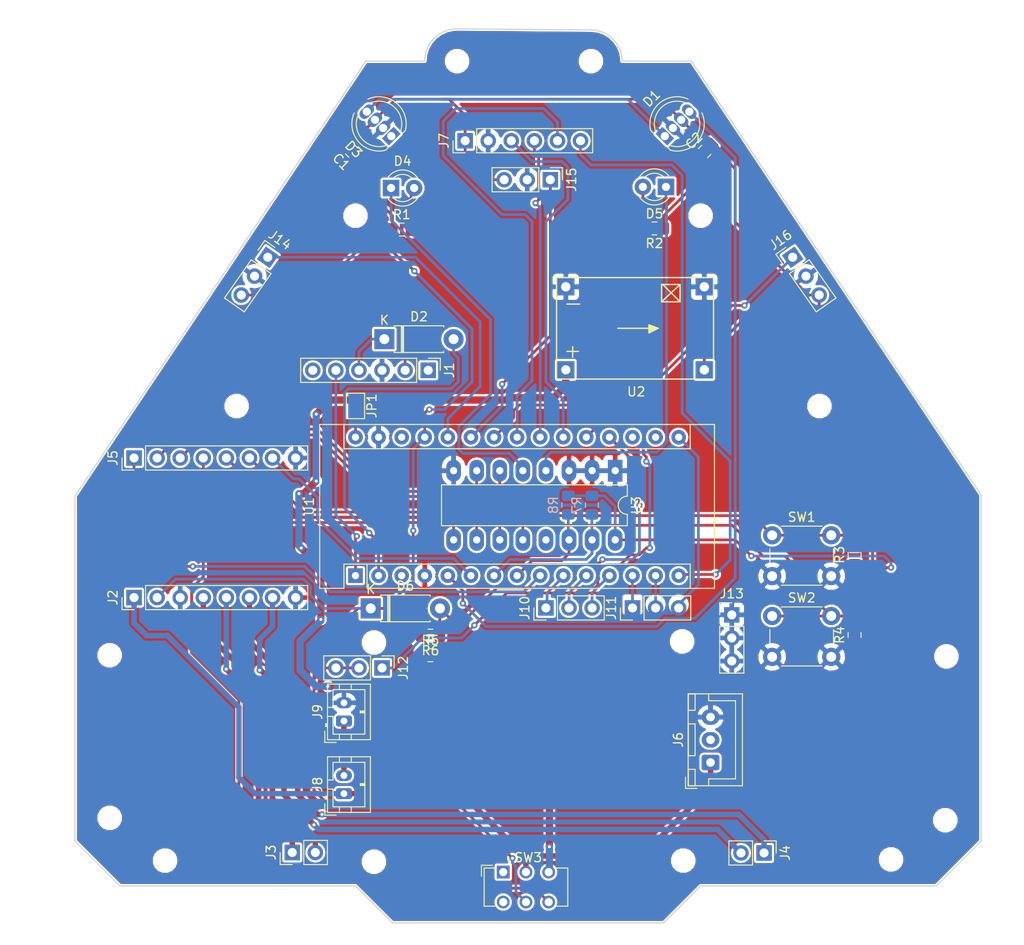
<source format=kicad_pcb>
(kicad_pcb (version 20171130) (host pcbnew "(5.0.1-3-g963ef8bb5)")
  (layers (0 F.Cu signal) (31 B.Cu signal) (34 B.Paste user) (35 F.Paste user) (36 B.SilkS user) (37 F.SilkS user) (38 B.Mask user) (39 F.Mask user) (44 Edge.Cuts user))
  (net 0 "")
  (net 1 GND)
  (net 2 +5V)
  (net 3 NEO)
  (net 4 "Net-(D1-Pad1)")
  (net 5 BT_TX)
  (net 6 "Net-(D2-Pad1)")
  (net 7 "Net-(D3-Pad1)")
  (net 8 LED_R)
  (net 9 "Net-(D4-Pad2)")
  (net 10 "Net-(D5-Pad2)")
  (net 11 LED_G)
  (net 12 BAT)
  (net 13 "Net-(J1-Pad1)")
  (net 14 BT_RX)
  (net 15 "Net-(J1-Pad6)")
  (net 16 M_DER_+)
  (net 17 M_DER_-)
  (net 18 M_IZQ_-)
  (net 19 M_IZQ_+)
  (net 20 VBAT)
  (net 21 PWM_IZQ)
  (net 22 DIR_IZQ_2)
  (net 23 DIR_IZQ_1)
  (net 24 STBY_MOT)
  (net 25 DIR_DER_1)
  (net 26 DIR_DER_2)
  (net 27 PWM_DER)
  (net 28 "Net-(J6-Pad2)")
  (net 29 LINEA_SEL)
  (net 30 LINEA_3)
  (net 31 LINEA_2)
  (net 32 LINEA_1)
  (net 33 "Net-(J8-Pad2)")
  (net 34 D9)
  (net 35 D8)
  (net 36 D7)
  (net 37 D10)
  (net 38 D11)
  (net 39 D13)
  (net 40 A1)
  (net 41 DIST_IZQ)
  (net 42 DIST_FRONT)
  (net 43 DIST_DCHA)
  (net 44 VCC)
  (net 45 VDD)
  (net 46 B1)
  (net 47 B2)
  (net 48 I2C_SDA)
  (net 49 I2C_SCL)
  (net 50 "Net-(SW3-Pad1)")
  (net 51 "Net-(SW3-Pad4)")
  (net 52 "Net-(U1-Pad17)")
  (net 53 "Net-(U1-Pad18)")
  (net 54 "Net-(U1-Pad3)")
  (net 55 "Net-(U1-Pad28)")
  (net 56 "Net-(U3-Pad13)")
  (module MountingHole:MountingHole_2.2mm_M2 (layer F.Cu) (at 220.345 63.754)
    (fp_text reference REF** hide)
    (fp_text value MountingHole_2.2mm_M2 hide)
    (pad 1 np_thru_hole circle (at 0 0) (size 2.2 2.2) (drill 2.2) (layers *.Cu *.Mask))
  )
  (module MountingHole:MountingHole_2.2mm_M2 (layer F.Cu) (at 241.3 134.62)
    (fp_text reference REF** hide)
    (fp_text value MountingHole_2.2mm_M2 hide)
    (pad 1 np_thru_hole circle (at 0 0) (size 2.2 2.2) (drill 2.2) (layers *.Cu *.Mask))
  )
  (module MountingHole:MountingHole_2.2mm_M2 (layer F.Cu) (at 233.426 84.709)
    (fp_text reference REF** hide)
    (fp_text value MountingHole_2.2mm_M2 hide)
    (pad 1 np_thru_hole circle (at 0 0) (size 2.2 2.2) (drill 2.2) (layers *.Cu *.Mask))
  )
  (module MountingHole:MountingHole_2.2mm_M2 (layer F.Cu) (at 218.44 134.747)
    (fp_text reference REF** hide)
    (fp_text value MountingHole_2.2mm_M2 hide)
    (pad 1 np_thru_hole circle (at 0 0) (size 2.2 2.2) (drill 2.2) (layers *.Cu *.Mask))
  )
  (module MountingHole:MountingHole_2.2mm_M2 (layer F.Cu) (at 218.313 110.617)
    (fp_text reference REF** hide)
    (fp_text value MountingHole_2.2mm_M2 hide)
    (pad 1 np_thru_hole circle (at 0 0) (size 2.2 2.2) (drill 2.2) (layers *.Cu *.Mask))
  )
  (module MountingHole:MountingHole_2.2mm_M2 (layer F.Cu) (at 184.404 110.744)
    (fp_text reference REF** hide)
    (fp_text value MountingHole_2.2mm_M2 hide)
    (pad 1 np_thru_hole circle (at 0 0) (size 2.2 2.2) (drill 2.2) (layers *.Cu *.Mask))
  )
  (module MountingHole:MountingHole_2.2mm_M2 (layer F.Cu) (at 247.396 112.268)
    (fp_text reference REF** hide)
    (fp_text value MountingHole_2.2mm_M2 hide)
    (pad 1 np_thru_hole circle (at 0 0) (size 2.2 2.2) (drill 2.2) (layers *.Cu *.Mask))
  )
  (module MountingHole:MountingHole_2.2mm_M2 (layer F.Cu) (at 247.269 130.302)
    (fp_text reference REF** hide)
    (fp_text value MountingHole_2.2mm_M2 hide)
    (pad 1 np_thru_hole circle (at 0 0) (size 2.2 2.2) (drill 2.2) (layers *.Cu *.Mask))
  )
  (module MountingHole:MountingHole_2.2mm_M2 (layer F.Cu) (at 184.404 134.874)
    (fp_text reference REF** hide)
    (fp_text value MountingHole_2.2mm_M2 hide)
    (pad 1 np_thru_hole circle (at 0 0) (size 2.2 2.2) (drill 2.2) (layers *.Cu *.Mask))
  )
  (module MountingHole:MountingHole_2.2mm_M2 (layer F.Cu) (at 161.417 134.747)
    (fp_text reference REF** hide)
    (fp_text value MountingHole_2.2mm_M2 hide)
    (pad 1 np_thru_hole circle (at 0 0) (size 2.2 2.2) (drill 2.2) (layers *.Cu *.Mask))
  )
  (module MountingHole:MountingHole_2.2mm_M2 (layer F.Cu) (at 155.321 130.048)
    (fp_text reference REF** hide)
    (fp_text value MountingHole_2.2mm_M2 hide)
    (pad 1 np_thru_hole circle (at 0 0) (size 2.2 2.2) (drill 2.2) (layers *.Cu *.Mask))
  )
  (module MountingHole:MountingHole_2.2mm_M2 (layer F.Cu) (at 155.321 112.141)
    (fp_text reference REF** hide)
    (fp_text value MountingHole_2.2mm_M2 hide)
    (pad 1 np_thru_hole circle (at 0 0) (size 2.2 2.2) (drill 2.2) (layers *.Cu *.Mask))
  )
  (module MountingHole:MountingHole_2.2mm_M2 (layer F.Cu) (at 169.291 84.709)
    (fp_text reference REF** hide)
    (fp_text value MountingHole_2.2mm_M2 hide)
    (pad 1 np_thru_hole circle (at 0 0) (size 2.2 2.2) (drill 2.2) (layers *.Cu *.Mask))
  )
  (module MountingHole:MountingHole_2.2mm_M2 (layer F.Cu) (at 182.372 63.754)
    (fp_text reference REF** hide)
    (fp_text value MountingHole_2.2mm_M2 hide)
    (pad 1 np_thru_hole circle (at 0 0) (size 2.2 2.2) (drill 2.2) (layers *.Cu *.Mask))
  )
  (module MountingHole:MountingHole_2.2mm_M2 (layer F.Cu) (at 208.28 46.736)
    (fp_text reference REF** hide)
    (fp_text value MountingHole_2.2mm_M2 hide)
    (pad 1 np_thru_hole circle (at 0 0) (size 2.2 2.2) (drill 2.2) (layers *.Cu *.Mask))
  )
  (module Capacitor_SMD:C_0805_2012Metric_Pad1.15x1.40mm_HandSolder (layer F.Cu) (at 181.9656 56.642 135)
    (fp_text reference C1 (at 0 -1.65 135) (layer F.SilkS))
    (fp_text value 100nF)
    (pad 1 smd roundrect (at -1.024999 0 135) (size 1.15 1.4) (layers F.Cu F.Paste F.Mask) (roundrect_rratio 0.217391) (net 1 GND))
    (pad 2 smd roundrect (at 1.024999 0 135) (size 1.15 1.4) (layers F.Cu F.Paste F.Mask) (roundrect_rratio 0.217391) (net 2 +5V))
  )
  (module Capacitor_SMD:C_0805_2012Metric_Pad1.15x1.40mm_HandSolder (layer F.Cu) (at 220.790384 56.679216 45)
    (fp_text reference C2 (at 0 -1.65 45) (layer F.SilkS))
    (fp_text value 100nF)
    (pad 2 smd roundrect (at 1.024999 0 45) (size 1.15 1.4) (layers F.Cu F.Paste F.Mask) (roundrect_rratio 0.217391) (net 2 +5V))
    (pad 1 smd roundrect (at -1.024999 0 45) (size 1.15 1.4) (layers F.Cu F.Paste F.Mask) (roundrect_rratio 0.217391) (net 1 GND))
  )
  (module LED_THT:LED_D5.0mm-4_RGB (layer F.Cu) (at 216.408 54.991 45)
    (fp_text reference D1 (at 1.905 -3.96 45) (layer F.SilkS))
    (fp_text value NEO1)
    (pad 4 thru_hole oval (at 3.81 0 45) (size 1.07 1.8) (drill 0.9) (layers *.Cu *.Mask) (net 3 NEO))
    (pad 3 thru_hole oval (at 2.54 0 45) (size 1.07 1.8) (drill 0.9) (layers *.Cu *.Mask) (net 2 +5V))
    (pad 2 thru_hole oval (at 1.270001 0 45) (size 1.07 1.8) (drill 0.9) (layers *.Cu *.Mask) (net 1 GND))
    (pad 1 thru_hole rect (at 0 0 45) (size 1.07 1.8) (drill 0.9) (layers *.Cu *.Mask) (net 4 "Net-(D1-Pad1)"))
  )
  (module Diode_THT:D_DO-41_SOD81_P7.62mm_Horizontal (layer F.Cu) (at 185.547 77.343)
    (fp_text reference D2 (at 3.81 -2.47) (layer F.SilkS))
    (fp_text value 1N4148)
    (fp_text user K (at 0 -2.1) (layer F.SilkS))
    (pad 2 thru_hole oval (at 7.62 0) (size 2.2 2.2) (drill 1.1) (layers *.Cu *.Mask) (net 5 BT_TX))
    (pad 1 thru_hole rect (at 0 0) (size 2.2 2.2) (drill 1.1) (layers *.Cu *.Mask) (net 6 "Net-(D2-Pad1)"))
  )
  (module LED_THT:LED_D5.0mm-4_RGB (layer F.Cu) (at 186.309 54.991 135)
    (fp_text reference D3 (at 1.905 -3.96 135) (layer F.SilkS))
    (fp_text value NEO2)
    (pad 1 thru_hole rect (at 0 0 135) (size 1.07 1.8) (drill 0.9) (layers *.Cu *.Mask) (net 7 "Net-(D3-Pad1)"))
    (pad 2 thru_hole oval (at 1.270001 0 135) (size 1.07 1.8) (drill 0.9) (layers *.Cu *.Mask) (net 1 GND))
    (pad 3 thru_hole oval (at 2.54 0 135) (size 1.07 1.8) (drill 0.9) (layers *.Cu *.Mask) (net 2 +5V))
    (pad 4 thru_hole oval (at 3.81 0 135) (size 1.07 1.8) (drill 0.9) (layers *.Cu *.Mask) (net 4 "Net-(D1-Pad1)"))
  )
  (module LED_THT:LED_D3.0mm (layer F.Cu) (at 186.2836 60.706)
    (fp_text reference D4 (at 1.27 -2.96) (layer F.SilkS))
    (fp_text value ROJO)
    (pad 1 thru_hole rect (at 0 0) (size 1.8 1.8) (drill 0.9) (layers *.Cu *.Mask) (net 8 LED_R))
    (pad 2 thru_hole circle (at 2.54 0) (size 1.8 1.8) (drill 0.9) (layers *.Cu *.Mask) (net 9 "Net-(D4-Pad2)"))
  )
  (module LED_THT:LED_D3.0mm (layer F.Cu) (at 216.535 60.579 180)
    (fp_text reference D5 (at 1.27 -2.96 180) (layer F.SilkS))
    (fp_text value VERDE)
    (pad 2 thru_hole circle (at 2.54 0 180) (size 1.8 1.8) (drill 0.9) (layers *.Cu *.Mask) (net 10 "Net-(D5-Pad2)"))
    (pad 1 thru_hole rect (at 0 0 180) (size 1.8 1.8) (drill 0.9) (layers *.Cu *.Mask) (net 11 LED_G))
  )
  (module Diode_THT:D_DO-41_SOD81_P7.62mm_Horizontal (layer F.Cu) (at 184.0484 106.9848)
    (fp_text reference D6 (at 3.81 -2.47) (layer F.SilkS))
    (fp_text value 1N4001)
    (fp_text user K (at 0 -2.1) (layer F.SilkS))
    (pad 1 thru_hole rect (at 0 0) (size 2.2 2.2) (drill 1.1) (layers *.Cu *.Mask) (net 2 +5V))
    (pad 2 thru_hole oval (at 7.62 0) (size 2.2 2.2) (drill 1.1) (layers *.Cu *.Mask) (net 12 BAT))
  )
  (module Connector_PinHeader_2.54mm:PinHeader_1x06_P2.54mm_Vertical (layer F.Cu) (at 190.373 80.772 270)
    (fp_text reference J1 (at 0 -2.33 270) (layer F.SilkS))
    (fp_text value HC-05)
    (pad 1 thru_hole rect (at 0 0 270) (size 1.7 1.7) (drill 1) (layers *.Cu *.Mask) (net 13 "Net-(J1-Pad1)"))
    (pad 2 thru_hole oval (at 0 2.54 270) (size 1.7 1.7) (drill 1) (layers *.Cu *.Mask) (net 2 +5V))
    (pad 3 thru_hole oval (at 0 5.08 270) (size 1.7 1.7) (drill 1) (layers *.Cu *.Mask) (net 1 GND))
    (pad 4 thru_hole oval (at 0 7.62 270) (size 1.7 1.7) (drill 1) (layers *.Cu *.Mask) (net 6 "Net-(D2-Pad1)"))
    (pad 5 thru_hole oval (at 0 10.16 270) (size 1.7 1.7) (drill 1) (layers *.Cu *.Mask) (net 14 BT_RX))
    (pad 6 thru_hole oval (at 0 12.7 270) (size 1.7 1.7) (drill 1) (layers *.Cu *.Mask) (net 15 "Net-(J1-Pad6)"))
  )
  (module Connector_PinHeader_2.54mm:PinHeader_1x08_P2.54mm_Vertical (layer F.Cu) (at 158.005527 105.793265 90)
    (fp_text reference J2 (at 0 -2.33 90) (layer F.SilkS))
    (fp_text value TB6612FNG_A)
    (pad 8 thru_hole oval (at 0 17.78 90) (size 1.7 1.7) (drill 1) (layers *.Cu *.Mask) (net 1 GND))
    (pad 7 thru_hole oval (at 0 15.24 90) (size 1.7 1.7) (drill 1) (layers *.Cu *.Mask) (net 16 M_DER_+))
    (pad 6 thru_hole oval (at 0 12.7 90) (size 1.7 1.7) (drill 1) (layers *.Cu *.Mask) (net 17 M_DER_-))
    (pad 5 thru_hole oval (at 0 10.16 90) (size 1.7 1.7) (drill 1) (layers *.Cu *.Mask) (net 18 M_IZQ_-))
    (pad 4 thru_hole oval (at 0 7.62 90) (size 1.7 1.7) (drill 1) (layers *.Cu *.Mask) (net 19 M_IZQ_+))
    (pad 3 thru_hole oval (at 0 5.08 90) (size 1.7 1.7) (drill 1) (layers *.Cu *.Mask) (net 1 GND))
    (pad 2 thru_hole oval (at 0 2.54 90) (size 1.7 1.7) (drill 1) (layers *.Cu *.Mask) (net 2 +5V))
    (pad 1 thru_hole rect (at 0 0 90) (size 1.7 1.7) (drill 1) (layers *.Cu *.Mask) (net 20 VBAT))
  )
  (module Connector_PinHeader_2.54mm:PinHeader_1x02_P2.54mm_Vertical (layer F.Cu) (at 175.4124 133.858 90)
    (fp_text reference J3 (at 0 -2.33 90) (layer F.SilkS))
    (fp_text value MOT_IZQ)
    (pad 2 thru_hole oval (at 0 2.54 90) (size 1.7 1.7) (drill 1) (layers *.Cu *.Mask) (net 19 M_IZQ_+))
    (pad 1 thru_hole rect (at 0 0 90) (size 1.7 1.7) (drill 1) (layers *.Cu *.Mask) (net 18 M_IZQ_-))
  )
  (module Connector_PinHeader_2.54mm:PinHeader_1x02_P2.54mm_Vertical (layer F.Cu) (at 227.33 133.9088 270)
    (fp_text reference J4 (at 0 -2.33 270) (layer F.SilkS))
    (fp_text value MOT_DER)
    (pad 1 thru_hole rect (at 0 0 270) (size 1.7 1.7) (drill 1) (layers *.Cu *.Mask) (net 17 M_DER_-))
    (pad 2 thru_hole oval (at 0 2.54 270) (size 1.7 1.7) (drill 1) (layers *.Cu *.Mask) (net 16 M_DER_+))
  )
  (module Connector_PinHeader_2.54mm:PinHeader_1x08_P2.54mm_Vertical (layer F.Cu) (at 158.005527 90.426266 90)
    (fp_text reference J5 (at 0 -2.33 90) (layer F.SilkS))
    (fp_text value TB6612FNG_B)
    (pad 1 thru_hole rect (at 0 0 90) (size 1.7 1.7) (drill 1) (layers *.Cu *.Mask) (net 21 PWM_IZQ))
    (pad 2 thru_hole oval (at 0 2.54 90) (size 1.7 1.7) (drill 1) (layers *.Cu *.Mask) (net 22 DIR_IZQ_2))
    (pad 3 thru_hole oval (at 0 5.08 90) (size 1.7 1.7) (drill 1) (layers *.Cu *.Mask) (net 23 DIR_IZQ_1))
    (pad 4 thru_hole oval (at 0 7.62 90) (size 1.7 1.7) (drill 1) (layers *.Cu *.Mask) (net 24 STBY_MOT))
    (pad 5 thru_hole oval (at 0 10.16 90) (size 1.7 1.7) (drill 1) (layers *.Cu *.Mask) (net 25 DIR_DER_1))
    (pad 6 thru_hole oval (at 0 12.7 90) (size 1.7 1.7) (drill 1) (layers *.Cu *.Mask) (net 26 DIR_DER_2))
    (pad 7 thru_hole oval (at 0 15.24 90) (size 1.7 1.7) (drill 1) (layers *.Cu *.Mask) (net 27 PWM_DER))
    (pad 8 thru_hole oval (at 0 17.78 90) (size 1.7 1.7) (drill 1) (layers *.Cu *.Mask) (net 1 GND))
  )
  (module Connector_JST:JST_XH_B03B-XH-A_1x03_P2.50mm_Vertical (layer F.Cu) (at 221.4372 123.952 90)
    (fp_text reference J6 (at 2.5 -3.55 90) (layer F.SilkS))
    (fp_text value LIPO_2S)
    (pad 1 thru_hole roundrect (at 0 0 90) (size 1.7 1.95) (drill 0.95) (layers *.Cu *.Mask) (roundrect_rratio 0.147059) (net 20 VBAT))
    (pad 2 thru_hole oval (at 2.5 0 90) (size 1.7 1.95) (drill 0.95) (layers *.Cu *.Mask) (net 28 "Net-(J6-Pad2)"))
    (pad 3 thru_hole oval (at 5 0 90) (size 1.7 1.95) (drill 0.95) (layers *.Cu *.Mask) (net 1 GND))
  )
  (module Connector_PinHeader_2.54mm:PinHeader_1x06_P2.54mm_Vertical (layer F.Cu) (at 194.437 55.499 90)
    (fp_text reference J7 (at 0 -2.33 90) (layer F.SilkS))
    (fp_text value Sensores_linea)
    (pad 6 thru_hole oval (at 0 12.7 90) (size 1.7 1.7) (drill 1) (layers *.Cu *.Mask) (net 29 LINEA_SEL))
    (pad 5 thru_hole oval (at 0 10.16 90) (size 1.7 1.7) (drill 1) (layers *.Cu *.Mask) (net 30 LINEA_3))
    (pad 4 thru_hole oval (at 0 7.62 90) (size 1.7 1.7) (drill 1) (layers *.Cu *.Mask) (net 31 LINEA_2))
    (pad 3 thru_hole oval (at 0 5.08 90) (size 1.7 1.7) (drill 1) (layers *.Cu *.Mask) (net 32 LINEA_1))
    (pad 2 thru_hole oval (at 0 2.54 90) (size 1.7 1.7) (drill 1) (layers *.Cu *.Mask) (net 1 GND))
    (pad 1 thru_hole rect (at 0 0 90) (size 1.7 1.7) (drill 1) (layers *.Cu *.Mask) (net 2 +5V))
  )
  (module Connector_JST:JST_PH_B2B-PH-K_1x02_P2.00mm_Vertical (layer F.Cu) (at 181.102 127.381 90)
    (fp_text reference J8 (at 1 -2.9 90) (layer F.SilkS))
    (fp_text value LIPO_1S_A)
    (pad 1 thru_hole roundrect (at 0 0 90) (size 1.2 1.75) (drill 0.75) (layers *.Cu *.Mask) (roundrect_rratio 0.208333) (net 20 VBAT))
    (pad 2 thru_hole oval (at 2 0 90) (size 1.2 1.75) (drill 0.75) (layers *.Cu *.Mask) (net 33 "Net-(J8-Pad2)"))
  )
  (module Connector_JST:JST_PH_B2B-PH-K_1x02_P2.00mm_Vertical (layer F.Cu) (at 181.102 119.38 90)
    (fp_text reference J9 (at 1 -2.9 90) (layer F.SilkS))
    (fp_text value LIPO_1S_B)
    (pad 2 thru_hole oval (at 2 0 90) (size 1.2 1.75) (drill 0.75) (layers *.Cu *.Mask) (net 1 GND))
    (pad 1 thru_hole roundrect (at 0 0 90) (size 1.2 1.75) (drill 0.75) (layers *.Cu *.Mask) (roundrect_rratio 0.208333) (net 33 "Net-(J8-Pad2)"))
  )
  (module Connector_PinHeader_2.54mm:PinHeader_1x03_P2.54mm_Vertical (layer F.Cu) (at 203.327 106.934 90)
    (fp_text reference J10 (at 0 -2.33 90) (layer F.SilkS))
    (fp_text value AUX1)
    (pad 3 thru_hole oval (at 0 5.08 90) (size 1.7 1.7) (drill 1) (layers *.Cu *.Mask) (net 34 D9))
    (pad 2 thru_hole oval (at 0 2.54 90) (size 1.7 1.7) (drill 1) (layers *.Cu *.Mask) (net 35 D8))
    (pad 1 thru_hole rect (at 0 0 90) (size 1.7 1.7) (drill 1) (layers *.Cu *.Mask) (net 36 D7))
  )
  (module Connector_PinHeader_2.54mm:PinHeader_1x03_P2.54mm_Vertical (layer F.Cu) (at 212.852 106.934 90)
    (fp_text reference J11 (at 0 -2.33 90) (layer F.SilkS))
    (fp_text value AUX2)
    (pad 1 thru_hole rect (at 0 0 90) (size 1.7 1.7) (drill 1) (layers *.Cu *.Mask) (net 37 D10))
    (pad 2 thru_hole oval (at 0 2.54 90) (size 1.7 1.7) (drill 1) (layers *.Cu *.Mask) (net 38 D11))
    (pad 3 thru_hole oval (at 0 5.08 90) (size 1.7 1.7) (drill 1) (layers *.Cu *.Mask) (net 39 D13))
  )
  (module Connector_PinHeader_2.54mm:PinHeader_1x03_P2.54mm_Vertical (layer F.Cu) (at 185.293 113.538 270)
    (fp_text reference J12 (at 0 -2.33 270) (layer F.SilkS))
    (fp_text value AUX3)
    (pad 3 thru_hole oval (at 0 5.08 270) (size 1.7 1.7) (drill 1) (layers *.Cu *.Mask) (net 2 +5V))
    (pad 2 thru_hole oval (at 0 2.54 270) (size 1.7 1.7) (drill 1) (layers *.Cu *.Mask) (net 2 +5V))
    (pad 1 thru_hole rect (at 0 0 270) (size 1.7 1.7) (drill 1) (layers *.Cu *.Mask) (net 40 A1))
  )
  (module Connector_PinHeader_2.54mm:PinHeader_1x03_P2.54mm_Vertical (layer F.Cu) (at 223.774 107.696)
    (fp_text reference J13 (at 0 -2.33) (layer F.SilkS))
    (fp_text value AUX4)
    (pad 1 thru_hole rect (at 0 0) (size 1.7 1.7) (drill 1) (layers *.Cu *.Mask) (net 1 GND))
    (pad 2 thru_hole oval (at 0 2.54) (size 1.7 1.7) (drill 1) (layers *.Cu *.Mask) (net 1 GND))
    (pad 3 thru_hole oval (at 0 5.08) (size 1.7 1.7) (drill 1) (layers *.Cu *.Mask) (net 1 GND))
  )
  (module Connector_PinHeader_2.54mm:PinHeader_1x03_P2.54mm_Vertical (layer F.Cu) (at 172.72 68.326 325)
    (fp_text reference J14 (at 0 -2.33 325) (layer F.SilkS))
    (fp_text value DIST_IZQ)
    (pad 1 thru_hole rect (at 0 0 325) (size 1.7 1.7) (drill 1) (layers *.Cu *.Mask) (net 41 DIST_IZQ))
    (pad 2 thru_hole oval (at 0 2.54 325) (size 1.7 1.7) (drill 1) (layers *.Cu *.Mask) (net 1 GND))
    (pad 3 thru_hole oval (at 0 5.08 325) (size 1.7 1.7) (drill 1) (layers *.Cu *.Mask) (net 2 +5V))
  )
  (module Connector_PinHeader_2.54mm:PinHeader_1x03_P2.54mm_Vertical (layer F.Cu) (at 203.8096 59.7916 270)
    (fp_text reference J15 (at 0 -2.33 270) (layer F.SilkS))
    (fp_text value DIST_FRONT)
    (pad 3 thru_hole oval (at 0 5.08 270) (size 1.7 1.7) (drill 1) (layers *.Cu *.Mask) (net 2 +5V))
    (pad 2 thru_hole oval (at 0 2.54 270) (size 1.7 1.7) (drill 1) (layers *.Cu *.Mask) (net 1 GND))
    (pad 1 thru_hole rect (at 0 0 270) (size 1.7 1.7) (drill 1) (layers *.Cu *.Mask) (net 42 DIST_FRONT))
  )
  (module Connector_PinHeader_2.54mm:PinHeader_1x03_P2.54mm_Vertical (layer F.Cu) (at 230.4796 68.326 35)
    (fp_text reference J16 (at 0 -2.33 35) (layer F.SilkS))
    (fp_text value DIST_DCHA)
    (pad 1 thru_hole rect (at 0 0 35) (size 1.7 1.7) (drill 1) (layers *.Cu *.Mask) (net 43 DIST_DCHA))
    (pad 2 thru_hole oval (at 0 2.54 35) (size 1.7 1.7) (drill 1) (layers *.Cu *.Mask) (net 1 GND))
    (pad 3 thru_hole oval (at 0 5.08 35) (size 1.7 1.7) (drill 1) (layers *.Cu *.Mask) (net 2 +5V))
  )
  (module Jumper:SolderJumper-2_P1.3mm_Open_Pad1.0x1.5mm (layer F.Cu) (at 182.372 84.694 270)
    (fp_text reference JP1 (at 0 -1.8 270) (layer F.SilkS))
    (fp_text value Jumper)
    (pad 2 smd rect (at 0.65 0 270) (size 1 1.5) (layers F.Cu F.Mask) (net 44 VCC))
    (pad 1 smd rect (at -0.65 0 270) (size 1 1.5) (layers F.Cu F.Mask) (net 45 VDD))
  )
  (module Resistor_SMD:R_0805_2012Metric_Pad1.15x1.40mm_HandSolder (layer F.Cu) (at 187.461 65.278)
    (fp_text reference R1 (at 0 -1.65) (layer F.SilkS))
    (fp_text value 220)
    (pad 1 smd roundrect (at -1.025 0) (size 1.15 1.4) (layers F.Cu F.Paste F.Mask) (roundrect_rratio 0.217391) (net 2 +5V))
    (pad 2 smd roundrect (at 1.025 0) (size 1.15 1.4) (layers F.Cu F.Paste F.Mask) (roundrect_rratio 0.217391) (net 9 "Net-(D4-Pad2)"))
  )
  (module Resistor_SMD:R_0805_2012Metric_Pad1.15x1.40mm_HandSolder (layer F.Cu) (at 215.265 65.151 180)
    (fp_text reference R2 (at 0 -1.65 180) (layer F.SilkS))
    (fp_text value 220)
    (pad 2 smd roundrect (at 1.025 0 180) (size 1.15 1.4) (layers F.Cu F.Paste F.Mask) (roundrect_rratio 0.217391) (net 10 "Net-(D5-Pad2)"))
    (pad 1 smd roundrect (at -1.025 0 180) (size 1.15 1.4) (layers F.Cu F.Paste F.Mask) (roundrect_rratio 0.217391) (net 2 +5V))
  )
  (module Resistor_SMD:R_0805_2012Metric_Pad1.15x1.40mm_HandSolder (layer F.Cu) (at 237.2868 101.092 90)
    (fp_text reference R3 (at 0 -1.65 90) (layer F.SilkS))
    (fp_text value 10K)
    (pad 1 smd roundrect (at -1.025 0 90) (size 1.15 1.4) (layers F.Cu F.Paste F.Mask) (roundrect_rratio 0.217391) (net 2 +5V))
    (pad 2 smd roundrect (at 1.025 0 90) (size 1.15 1.4) (layers F.Cu F.Paste F.Mask) (roundrect_rratio 0.217391) (net 46 B1))
  )
  (module Resistor_SMD:R_0805_2012Metric_Pad1.15x1.40mm_HandSolder (layer F.Cu) (at 237.2868 109.922201 90)
    (fp_text reference R4 (at 0 -1.65 90) (layer F.SilkS))
    (fp_text value 10K)
    (pad 2 smd roundrect (at 1.025 0 90) (size 1.15 1.4) (layers F.Cu F.Paste F.Mask) (roundrect_rratio 0.217391) (net 47 B2))
    (pad 1 smd roundrect (at -1.025 0 90) (size 1.15 1.4) (layers F.Cu F.Paste F.Mask) (roundrect_rratio 0.217391) (net 2 +5V))
  )
  (module Resistor_SMD:R_0805_2012Metric_Pad1.15x1.40mm_HandSolder (layer F.Cu) (at 190.618 112.141)
    (fp_text reference R5 (at 0 -1.65) (layer F.SilkS))
    (fp_text value 82K)
    (pad 2 smd roundrect (at 1.025 0) (size 1.15 1.4) (layers F.Cu F.Paste F.Mask) (roundrect_rratio 0.217391) (net 12 BAT))
    (pad 1 smd roundrect (at -1.025 0) (size 1.15 1.4) (layers F.Cu F.Paste F.Mask) (roundrect_rratio 0.217391) (net 45 VDD))
  )
  (module Resistor_SMD:R_0805_2012Metric_Pad1.15x1.40mm_HandSolder (layer F.Cu) (at 190.618 109.982 180)
    (fp_text reference R6 (at 0 -1.65 180) (layer F.SilkS))
    (fp_text value 120K)
    (pad 1 smd roundrect (at -1.025 0 180) (size 1.15 1.4) (layers F.Cu F.Paste F.Mask) (roundrect_rratio 0.217391) (net 12 BAT))
    (pad 2 smd roundrect (at 1.025 0 180) (size 1.15 1.4) (layers F.Cu F.Paste F.Mask) (roundrect_rratio 0.217391) (net 1 GND))
  )
  (module Resistor_SMD:R_0805_2012Metric_Pad1.15x1.40mm_HandSolder (layer B.Cu) (at 208.3816 95.614599 270)
    (fp_text reference R7 (at 0 1.65 270) (layer B.SilkS) (effects (justify mirror)))
    (fp_text value 1k)
    (pad 1 smd roundrect (at -1.025 0 270) (size 1.15 1.4) (layers B.Cu B.Paste B.Mask) (roundrect_rratio 0.217391) (net 2 +5V))
    (pad 2 smd roundrect (at 1.025 0 270) (size 1.15 1.4) (layers B.Cu B.Paste B.Mask) (roundrect_rratio 0.217391) (net 48 I2C_SDA))
  )
  (module Resistor_SMD:R_0805_2012Metric_Pad1.15x1.40mm_HandSolder (layer B.Cu) (at 205.7908 95.614599 270)
    (fp_text reference R8 (at 0 1.65 270) (layer B.SilkS) (effects (justify mirror)))
    (fp_text value 1k)
    (pad 2 smd roundrect (at 1.025 0 270) (size 1.15 1.4) (layers B.Cu B.Paste B.Mask) (roundrect_rratio 0.217391) (net 49 I2C_SCL))
    (pad 1 smd roundrect (at -1.025 0 270) (size 1.15 1.4) (layers B.Cu B.Paste B.Mask) (roundrect_rratio 0.217391) (net 2 +5V))
  )
  (module Button_Switch_THT:SW_PUSH_6mm (layer F.Cu) (at 228.219 98.933)
    (fp_text reference SW1 (at 3.25 -2) (layer F.SilkS))
    (fp_text value B1)
    (pad 2 thru_hole circle (at 0 4.5 90) (size 2 2) (drill 1.1) (layers *.Cu *.Mask) (net 1 GND))
    (pad 1 thru_hole circle (at 0 0 90) (size 2 2) (drill 1.1) (layers *.Cu *.Mask) (net 46 B1))
    (pad 2 thru_hole circle (at 6.5 4.5 90) (size 2 2) (drill 1.1) (layers *.Cu *.Mask) (net 1 GND))
    (pad 1 thru_hole circle (at 6.5 0 90) (size 2 2) (drill 1.1) (layers *.Cu *.Mask) (net 46 B1))
  )
  (module Button_Switch_THT:SW_PUSH_6mm (layer F.Cu) (at 228.219 107.823)
    (fp_text reference SW2 (at 3.25 -2) (layer F.SilkS))
    (fp_text value B2)
    (pad 1 thru_hole circle (at 6.5 0 90) (size 2 2) (drill 1.1) (layers *.Cu *.Mask) (net 47 B2))
    (pad 2 thru_hole circle (at 6.5 4.5 90) (size 2 2) (drill 1.1) (layers *.Cu *.Mask) (net 1 GND))
    (pad 1 thru_hole circle (at 0 0 90) (size 2 2) (drill 1.1) (layers *.Cu *.Mask) (net 47 B2))
    (pad 2 thru_hole circle (at 0 4.5 90) (size 2 2) (drill 1.1) (layers *.Cu *.Mask) (net 1 GND))
  )
  (module Button_Switch_THT:SW_CuK_JS202011CQN_DPDT_Straight (layer F.Cu) (at 198.628 136.017)
    (fp_text reference SW3 (at 2.75 -1.6) (layer F.SilkS))
    (fp_text value SW_DPDT_x2)
    (pad 1 thru_hole rect (at 0 0) (size 1.4 1.4) (drill 0.9) (layers *.Cu *.Mask) (net 50 "Net-(SW3-Pad1)"))
    (pad 2 thru_hole circle (at 2.5 0) (size 1.4 1.4) (drill 0.9) (layers *.Cu *.Mask) (net 20 VBAT))
    (pad 3 thru_hole circle (at 5 0) (size 1.4 1.4) (drill 0.9) (layers *.Cu *.Mask) (net 45 VDD))
    (pad 4 thru_hole circle (at 0 3.3) (size 1.4 1.4) (drill 0.9) (layers *.Cu *.Mask) (net 51 "Net-(SW3-Pad4)"))
    (pad 5 thru_hole circle (at 2.5 3.3) (size 1.4 1.4) (drill 0.9) (layers *.Cu *.Mask) (net 2 +5V))
    (pad 6 thru_hole circle (at 5 3.3) (size 1.4 1.4) (drill 0.9) (layers *.Cu *.Mask) (net 24 STBY_MOT))
  )
  (module Module:Arduino_Nano (layer F.Cu) (at 182.372 103.378 90)
    (fp_text reference U1 (at 7.62 -5.08 90) (layer F.SilkS))
    (fp_text value Arduino_Nano_v3.x)
    (pad 1 thru_hole rect (at 0 0 90) (size 1.6 1.6) (drill 0.8) (layers *.Cu *.Mask) (net 14 BT_RX))
    (pad 17 thru_hole oval (at 15.24 33.02 90) (size 1.6 1.6) (drill 0.8) (layers *.Cu *.Mask) (net 52 "Net-(U1-Pad17)"))
    (pad 2 thru_hole oval (at 0 2.54 90) (size 1.6 1.6) (drill 0.8) (layers *.Cu *.Mask) (net 5 BT_TX))
    (pad 18 thru_hole oval (at 15.24 30.48 90) (size 1.6 1.6) (drill 0.8) (layers *.Cu *.Mask) (net 53 "Net-(U1-Pad18)"))
    (pad 3 thru_hole oval (at 0 5.08 90) (size 1.6 1.6) (drill 0.8) (layers *.Cu *.Mask) (net 54 "Net-(U1-Pad3)"))
    (pad 19 thru_hole oval (at 15.24 27.94 90) (size 1.6 1.6) (drill 0.8) (layers *.Cu *.Mask) (net 12 BAT))
    (pad 4 thru_hole oval (at 0 7.62 90) (size 1.6 1.6) (drill 0.8) (layers *.Cu *.Mask) (net 1 GND))
    (pad 20 thru_hole oval (at 15.24 25.4 90) (size 1.6 1.6) (drill 0.8) (layers *.Cu *.Mask) (net 40 A1))
    (pad 5 thru_hole oval (at 0 10.16 90) (size 1.6 1.6) (drill 0.8) (layers *.Cu *.Mask) (net 3 NEO))
    (pad 21 thru_hole oval (at 15.24 22.86 90) (size 1.6 1.6) (drill 0.8) (layers *.Cu *.Mask) (net 32 LINEA_1))
    (pad 6 thru_hole oval (at 0 12.7 90) (size 1.6 1.6) (drill 0.8) (layers *.Cu *.Mask) (net 27 PWM_DER))
    (pad 22 thru_hole oval (at 15.24 20.32 90) (size 1.6 1.6) (drill 0.8) (layers *.Cu *.Mask) (net 31 LINEA_2))
    (pad 7 thru_hole oval (at 0 15.24 90) (size 1.6 1.6) (drill 0.8) (layers *.Cu *.Mask) (net 48 I2C_SDA))
    (pad 23 thru_hole oval (at 15.24 17.78 90) (size 1.6 1.6) (drill 0.8) (layers *.Cu *.Mask) (net 30 LINEA_3))
    (pad 8 thru_hole oval (at 0 17.78 90) (size 1.6 1.6) (drill 0.8) (layers *.Cu *.Mask) (net 49 I2C_SCL))
    (pad 24 thru_hole oval (at 15.24 15.24 90) (size 1.6 1.6) (drill 0.8) (layers *.Cu *.Mask) (net 43 DIST_DCHA))
    (pad 9 thru_hole oval (at 0 20.32 90) (size 1.6 1.6) (drill 0.8) (layers *.Cu *.Mask) (net 21 PWM_IZQ))
    (pad 25 thru_hole oval (at 15.24 12.7 90) (size 1.6 1.6) (drill 0.8) (layers *.Cu *.Mask) (net 42 DIST_FRONT))
    (pad 10 thru_hole oval (at 0 22.86 90) (size 1.6 1.6) (drill 0.8) (layers *.Cu *.Mask) (net 36 D7))
    (pad 26 thru_hole oval (at 15.24 10.16 90) (size 1.6 1.6) (drill 0.8) (layers *.Cu *.Mask) (net 41 DIST_IZQ))
    (pad 11 thru_hole oval (at 0 25.4 90) (size 1.6 1.6) (drill 0.8) (layers *.Cu *.Mask) (net 35 D8))
    (pad 27 thru_hole oval (at 15.24 7.62 90) (size 1.6 1.6) (drill 0.8) (layers *.Cu *.Mask) (net 2 +5V))
    (pad 12 thru_hole oval (at 0 27.94 90) (size 1.6 1.6) (drill 0.8) (layers *.Cu *.Mask) (net 34 D9))
    (pad 28 thru_hole oval (at 15.24 5.08 90) (size 1.6 1.6) (drill 0.8) (layers *.Cu *.Mask) (net 55 "Net-(U1-Pad28)"))
    (pad 13 thru_hole oval (at 0 30.48 90) (size 1.6 1.6) (drill 0.8) (layers *.Cu *.Mask) (net 37 D10))
    (pad 29 thru_hole oval (at 15.24 2.54 90) (size 1.6 1.6) (drill 0.8) (layers *.Cu *.Mask) (net 1 GND))
    (pad 14 thru_hole oval (at 0 33.02 90) (size 1.6 1.6) (drill 0.8) (layers *.Cu *.Mask) (net 38 D11))
    (pad 30 thru_hole oval (at 15.24 0 90) (size 1.6 1.6) (drill 0.8) (layers *.Cu *.Mask) (net 44 VCC))
    (pad 15 thru_hole oval (at 0 35.56 90) (size 1.6 1.6) (drill 0.8) (layers *.Cu *.Mask) (net 29 LINEA_SEL))
    (pad 16 thru_hole oval (at 15.24 35.56 90) (size 1.6 1.6) (drill 0.8) (layers *.Cu *.Mask) (net 39 D13))
  )
  (module Converter_DCDC:DC-DC-MP2307 (layer F.Cu) (at 213.2584 76.1492)
    (fp_text reference U2 (at 0 6.985) (layer F.SilkS))
    (fp_text value DC-DC_BuckModule)
    (pad 1 thru_hole rect (at -7.747 4.572) (size 1.9 1.9) (drill 1.02) (layers *.Cu *.Mask) (net 45 VDD))
    (pad 2 thru_hole rect (at -7.747 -4.572) (size 1.9 1.9) (drill 1.04) (layers *.Cu *.Mask) (net 1 GND))
    (pad 3 thru_hole rect (at 7.493 4.572) (size 1.9 1.9) (drill 1.04) (layers *.Cu *.Mask) (net 2 +5V))
    (pad 4 thru_hole rect (at 7.493 -4.572) (size 1.9 1.9) (drill 1.04) (layers *.Cu *.Mask) (net 1 GND))
  )
  (module Package_DIP:DIP-16_W7.62mm_LongPads (layer F.Cu) (at 210.947 91.821 270)
    (fp_text reference U3 (at 3.81 -2.33 270) (layer F.SilkS))
    (fp_text value PCF8574)
    (pad 1 thru_hole rect (at 0 0 270) (size 2.4 1.6) (drill 0.8) (layers *.Cu *.Mask) (net 1 GND))
    (pad 9 thru_hole oval (at 7.62 17.78 270) (size 2.4 1.6) (drill 0.8) (layers *.Cu *.Mask) (net 25 DIR_DER_1))
    (pad 2 thru_hole oval (at 0 2.54 270) (size 2.4 1.6) (drill 0.8) (layers *.Cu *.Mask) (net 1 GND))
    (pad 10 thru_hole oval (at 7.62 15.24 270) (size 2.4 1.6) (drill 0.8) (layers *.Cu *.Mask) (net 26 DIR_DER_2))
    (pad 3 thru_hole oval (at 0 5.08 270) (size 2.4 1.6) (drill 0.8) (layers *.Cu *.Mask) (net 1 GND))
    (pad 11 thru_hole oval (at 7.62 12.7 270) (size 2.4 1.6) (drill 0.8) (layers *.Cu *.Mask) (net 46 B1))
    (pad 4 thru_hole oval (at 0 7.62 270) (size 2.4 1.6) (drill 0.8) (layers *.Cu *.Mask) (net 11 LED_G))
    (pad 12 thru_hole oval (at 7.62 10.16 270) (size 2.4 1.6) (drill 0.8) (layers *.Cu *.Mask) (net 47 B2))
    (pad 5 thru_hole oval (at 0 10.16 270) (size 2.4 1.6) (drill 0.8) (layers *.Cu *.Mask) (net 8 LED_R))
    (pad 13 thru_hole oval (at 7.62 7.62 270) (size 2.4 1.6) (drill 0.8) (layers *.Cu *.Mask) (net 56 "Net-(U3-Pad13)"))
    (pad 6 thru_hole oval (at 0 12.7 270) (size 2.4 1.6) (drill 0.8) (layers *.Cu *.Mask) (net 23 DIR_IZQ_1))
    (pad 14 thru_hole oval (at 7.62 5.08 270) (size 2.4 1.6) (drill 0.8) (layers *.Cu *.Mask) (net 49 I2C_SCL))
    (pad 7 thru_hole oval (at 0 15.24 270) (size 2.4 1.6) (drill 0.8) (layers *.Cu *.Mask) (net 22 DIR_IZQ_2))
    (pad 15 thru_hole oval (at 7.62 2.54 270) (size 2.4 1.6) (drill 0.8) (layers *.Cu *.Mask) (net 48 I2C_SDA))
    (pad 8 thru_hole oval (at 0 17.78 270) (size 2.4 1.6) (drill 0.8) (layers *.Cu *.Mask) (net 1 GND))
    (pad 16 thru_hole oval (at 7.62 0 270) (size 2.4 1.6) (drill 0.8) (layers *.Cu *.Mask) (net 2 +5V))
  )
  (module MountingHole:MountingHole_2.2mm_M2 (layer F.Cu) (at 193.548 46.736)
    (fp_text reference REF** hide)
    (fp_text value MountingHole_2.2mm_M2 hide)
    (pad 1 np_thru_hole circle (at 0 0) (size 2.2 2.2) (drill 2.2) (layers *.Cu *.Mask))
  )
  (gr_line (start 193.548 43.18) (end 208.28 43.307) (layer Edge.Cuts) (width 0.127))
  (gr_line (start 189.992 46.736) (end 183.515 46.736) (layer Edge.Cuts) (width 0.127))
  (gr_arc (start 193.548 46.736) (end 193.548 43.18) (angle -90) (layer Edge.Cuts) (width 0.127))
  (gr_arc (start 208.28 46.736) (end 211.709 46.736) (angle -90) (layer Edge.Cuts) (width 0.127))
  (gr_line (start 219.329 46.736) (end 211.709 46.736) (layer Edge.Cuts) (width 0.127))
  (gr_line (start 151.511 94.615) (end 183.515 46.736) (layer Edge.Cuts) (width 0.127))
  (gr_line (start 151.511 132.588) (end 151.511 94.615) (layer Edge.Cuts) (width 0.127))
  (gr_line (start 156.464 137.541) (end 151.511 132.588) (layer Edge.Cuts) (width 0.127))
  (gr_line (start 182.372 137.541) (end 156.464 137.541) (layer Edge.Cuts) (width 0.127))
  (gr_line (start 186.436 141.605) (end 182.372 137.541) (layer Edge.Cuts) (width 0.127))
  (gr_line (start 216.281 141.605) (end 186.436 141.605) (layer Edge.Cuts) (width 0.127))
  (gr_line (start 220.345 137.541) (end 216.281 141.605) (layer Edge.Cuts) (width 0.127))
  (gr_line (start 246.253 137.541) (end 220.345 137.541) (layer Edge.Cuts) (width 0.127))
  (gr_line (start 251.206 132.588) (end 246.253 137.541) (layer Edge.Cuts) (width 0.127))
  (gr_line (start 251.206 94.488) (end 251.206 132.588) (layer Edge.Cuts) (width 0.127))
  (gr_line (start 219.329 46.736) (end 251.206 94.488) (layer Edge.Cuts) (width 0.127))
  (segment (start 189.992 103.378) (end 189.992 105.791) (width 0.3) (layer F.Cu) (net 1))
  (segment (start 189.593 106.19) (end 189.593 109.982) (width 0.3) (layer F.Cu) (net 1))
  (segment (start 189.992 105.791) (end 189.593 106.19) (width 0.3) (layer F.Cu) (net 1))
  (segment (start 162.579792 103.759) (end 160.545527 105.793265) (width 0.3) (layer B.Cu) (net 2))
  (segment (start 176.657 103.759) (end 162.579792 103.759) (width 0.3) (layer B.Cu) (net 2))
  (segment (start 177.419 104.521) (end 176.657 103.759) (width 0.3) (layer B.Cu) (net 2))
  (segment (start 177.419 105.537) (end 177.419 104.521) (width 0.3) (layer B.Cu) (net 2))
  (segment (start 178.8668 106.9848) (end 177.419 105.537) (width 0.3) (layer B.Cu) (net 2))
  (segment (start 184.0484 106.9848) (end 178.8668 106.9848) (width 0.3) (layer B.Cu) (net 2))
  (segment (start 182.6484 106.9848) (end 177.8 111.8332) (width 0.3) (layer F.Cu) (net 2))
  (segment (start 184.0484 106.9848) (end 182.6484 106.9848) (width 0.3) (layer F.Cu) (net 2))
  (segment (start 177.8 127) (end 179.451 128.651) (width 0.3) (layer F.Cu) (net 2))
  (segment (start 179.451 128.651) (end 193.421 128.651) (width 0.3) (layer F.Cu) (net 2))
  (segment (start 193.421 128.651) (end 193.802 128.651) (width 0.3) (layer F.Cu) (net 2))
  (segment (start 193.802 128.651) (end 199.517 134.366) (width 0.3) (layer F.Cu) (net 2))
  (segment (start 199.517 134.366) (end 199.644 134.493) (width 0.3) (layer F.Cu) (net 2))
  (via (at 199.644 134.493) (size 0.6858) (drill 0.3302) (layers F.Cu B.Cu) (net 2))
  (segment (start 200.023999 138.212999) (end 200.428001 138.617001) (width 0.3) (layer B.Cu) (net 2))
  (segment (start 200.023999 135.357932) (end 200.023999 138.212999) (width 0.3) (layer B.Cu) (net 2))
  (segment (start 200.428001 138.617001) (end 201.128 139.317) (width 0.3) (layer B.Cu) (net 2))
  (segment (start 199.644 134.977933) (end 200.023999 135.357932) (width 0.3) (layer B.Cu) (net 2))
  (segment (start 199.644 134.493) (end 199.644 134.977933) (width 0.3) (layer B.Cu) (net 2))
  (segment (start 182.753 113.538) (end 180.213 113.538) (width 0.3) (layer F.Cu) (net 2))
  (segment (start 177.8 114.748919) (end 177.8 115.697) (width 0.3) (layer F.Cu) (net 2))
  (segment (start 179.010919 113.538) (end 177.8 114.748919) (width 0.3) (layer F.Cu) (net 2))
  (segment (start 180.213 113.538) (end 179.010919 113.538) (width 0.3) (layer F.Cu) (net 2))
  (segment (start 177.8 115.697) (end 177.8 127) (width 0.3) (layer F.Cu) (net 2))
  (segment (start 177.8 111.8332) (end 177.8 115.697) (width 0.3) (layer F.Cu) (net 2))
  (segment (start 205.7908 94.589599) (end 208.3816 94.589599) (width 0.3) (layer B.Cu) (net 2))
  (segment (start 208.3816 94.589599) (end 209.778599 94.589599) (width 0.3) (layer B.Cu) (net 2))
  (segment (start 210.947 95.758) (end 210.947 99.441) (width 0.3) (layer B.Cu) (net 2))
  (segment (start 209.778599 94.589599) (end 210.947 95.758) (width 0.3) (layer B.Cu) (net 2))
  (segment (start 238.683799 110.947201) (end 237.2868 110.947201) (width 0.3) (layer F.Cu) (net 2))
  (segment (start 239.268 110.363) (end 238.683799 110.947201) (width 0.3) (layer F.Cu) (net 2))
  (segment (start 238.633 102.108) (end 239.268 102.743) (width 0.3) (layer F.Cu) (net 2))
  (segment (start 238.0958 102.108) (end 238.633 102.108) (width 0.3) (layer F.Cu) (net 2))
  (segment (start 238.0868 102.117) (end 238.0958 102.108) (width 0.3) (layer F.Cu) (net 2))
  (segment (start 237.2868 102.117) (end 238.0868 102.117) (width 0.3) (layer F.Cu) (net 2))
  (segment (start 181.240816 55.917216) (end 180.213 56.945032) (width 0.3) (layer F.Cu) (net 2))
  (segment (start 180.213 56.945032) (end 180.213 57.531) (width 0.3) (layer F.Cu) (net 2))
  (segment (start 186.436 63.754) (end 186.436 65.278) (width 0.3) (layer F.Cu) (net 2))
  (segment (start 180.213 57.531) (end 186.436 63.754) (width 0.3) (layer F.Cu) (net 2))
  (segment (start 183.805843 53.902055) (end 184.512949 53.194949) (width 0.3) (layer F.Cu) (net 2))
  (segment (start 182.356366 55.351532) (end 183.805843 53.902055) (width 0.3) (layer F.Cu) (net 2))
  (segment (start 181.8065 55.351532) (end 182.356366 55.351532) (width 0.3) (layer F.Cu) (net 2))
  (segment (start 181.240816 55.917216) (end 181.8065 55.351532) (width 0.3) (layer F.Cu) (net 2))
  (segment (start 184.512949 53.194949) (end 186.780898 50.927) (width 0.3) (layer F.Cu) (net 2))
  (segment (start 194.437 52.705) (end 194.437 55.499) (width 0.3) (layer F.Cu) (net 2))
  (segment (start 192.659 50.927) (end 194.437 52.705) (width 0.3) (layer F.Cu) (net 2))
  (segment (start 194.437 55.499) (end 194.437 57.023) (width 0.3) (layer F.Cu) (net 2))
  (segment (start 197.2056 59.7916) (end 198.7296 59.7916) (width 0.3) (layer F.Cu) (net 2))
  (segment (start 194.437 57.023) (end 197.2056 59.7916) (width 0.3) (layer F.Cu) (net 2))
  (segment (start 192.024 50.927) (end 215.936102 50.927) (width 0.3) (layer F.Cu) (net 2))
  (segment (start 215.936102 50.927) (end 218.204051 53.194949) (width 0.3) (layer F.Cu) (net 2))
  (segment (start 186.780898 50.927) (end 192.024 50.927) (width 0.3) (layer F.Cu) (net 2))
  (segment (start 192.024 50.927) (end 192.659 50.927) (width 0.3) (layer F.Cu) (net 2))
  (segment (start 220.963534 55.954432) (end 221.515168 55.954432) (width 0.3) (layer F.Cu) (net 2))
  (segment (start 218.204051 53.194949) (end 220.963534 55.954432) (width 0.3) (layer F.Cu) (net 2))
  (segment (start 216.29 65.151) (end 216.29 63.745) (width 0.3) (layer F.Cu) (net 2))
  (segment (start 221.515168 58.519832) (end 221.515168 55.954432) (width 0.3) (layer F.Cu) (net 2))
  (segment (start 216.29 63.745) (end 221.515168 58.519832) (width 0.3) (layer F.Cu) (net 2))
  (segment (start 232.191287 72.487292) (end 224.155 64.451005) (width 0.3) (layer F.Cu) (net 2))
  (segment (start 224.155 58.594264) (end 222.123 56.562264) (width 0.3) (layer F.Cu) (net 2))
  (segment (start 224.155 64.451005) (end 224.155 58.594264) (width 0.3) (layer F.Cu) (net 2))
  (segment (start 222.123 56.562264) (end 221.515168 55.954432) (width 0.3) (layer F.Cu) (net 2))
  (segment (start 187.833 80.772) (end 187.833 69.088) (width 0.3) (layer F.Cu) (net 2))
  (segment (start 186.436 67.691) (end 186.436 65.278) (width 0.3) (layer F.Cu) (net 2))
  (segment (start 187.833 69.088) (end 186.436 67.691) (width 0.3) (layer F.Cu) (net 2))
  (segment (start 186.436 65.278) (end 184.912 65.278) (width 0.3) (layer F.Cu) (net 2))
  (segment (start 177.702708 72.487292) (end 176.784 72.487292) (width 0.3) (layer F.Cu) (net 2))
  (segment (start 184.912 65.278) (end 177.702708 72.487292) (width 0.3) (layer F.Cu) (net 2))
  (segment (start 169.806232 72.487292) (end 176.784 72.487292) (width 0.3) (layer F.Cu) (net 2))
  (segment (start 239.268 102.743) (end 239.268 80.137) (width 0.3) (layer F.Cu) (net 2))
  (segment (start 233.393368 74.262368) (end 233.393368 72.487292) (width 0.3) (layer F.Cu) (net 2))
  (segment (start 239.268 80.137) (end 233.393368 74.262368) (width 0.3) (layer F.Cu) (net 2))
  (segment (start 210.947 99.441) (end 224.155 99.441) (width 0.3) (layer F.Cu) (net 2))
  (via (at 225.933 101.219) (size 0.6858) (drill 0.3302) (layers F.Cu B.Cu) (net 2))
  (segment (start 224.155 99.441) (end 225.933 101.219) (width 0.3) (layer F.Cu) (net 2))
  (segment (start 225.933 101.219) (end 240.411 101.219) (width 0.3) (layer B.Cu) (net 2))
  (segment (start 240.411 101.219) (end 240.538 101.219) (width 0.3) (layer B.Cu) (net 2))
  (via (at 241.3 102.489) (size 0.6858) (drill 0.3302) (layers F.Cu B.Cu) (net 2))
  (segment (start 241.3 101.981) (end 241.3 102.489) (width 0.3) (layer B.Cu) (net 2))
  (segment (start 240.538 101.219) (end 241.3 101.981) (width 0.3) (layer B.Cu) (net 2))
  (segment (start 240.815067 102.489) (end 239.268 104.036067) (width 0.3) (layer F.Cu) (net 2))
  (segment (start 239.268 104.036067) (end 239.268 105.283) (width 0.3) (layer F.Cu) (net 2))
  (segment (start 241.3 102.489) (end 240.815067 102.489) (width 0.3) (layer F.Cu) (net 2))
  (segment (start 239.268 105.283) (end 239.268 110.363) (width 0.3) (layer F.Cu) (net 2))
  (segment (start 239.268 102.743) (end 239.268 105.283) (width 0.3) (layer F.Cu) (net 2))
  (segment (start 227.735308 72.487292) (end 232.191287 72.487292) (width 0.3) (layer F.Cu) (net 2))
  (segment (start 220.7514 79.4712) (end 227.735308 72.487292) (width 0.3) (layer F.Cu) (net 2))
  (segment (start 232.191287 72.487292) (end 233.393368 72.487292) (width 0.3) (layer F.Cu) (net 2))
  (segment (start 220.7514 80.7212) (end 220.7514 79.4712) (width 0.3) (layer F.Cu) (net 2))
  (segment (start 189.992 88.138) (end 189.992 85.471) (width 0.3) (layer F.Cu) (net 2))
  (via (at 190.5 85.09) (size 0.6858) (drill 0.3302) (layers F.Cu B.Cu) (net 2))
  (segment (start 190.373 85.09) (end 190.5 85.09) (width 0.3) (layer F.Cu) (net 2))
  (segment (start 189.992 85.471) (end 190.373 85.09) (width 0.3) (layer F.Cu) (net 2))
  (segment (start 190.5 85.09) (end 192.151 85.09) (width 0.3) (layer B.Cu) (net 2))
  (segment (start 192.151 85.09) (end 195.199 82.042) (width 0.3) (layer B.Cu) (net 2))
  (segment (start 195.199 82.042) (end 195.199 76.2) (width 0.3) (layer B.Cu) (net 2))
  (segment (start 195.199 76.2) (end 188.849 69.85) (width 0.3) (layer B.Cu) (net 2))
  (via (at 188.849 69.85) (size 0.6858) (drill 0.3302) (layers F.Cu B.Cu) (net 2))
  (segment (start 188.087 69.088) (end 188.849 69.85) (width 0.3) (layer F.Cu) (net 2))
  (segment (start 187.833 69.088) (end 188.087 69.088) (width 0.3) (layer F.Cu) (net 2))
  (segment (start 185.627122 106.9848) (end 188.722 103.889922) (width 0.3) (layer F.Cu) (net 2))
  (segment (start 184.0484 106.9848) (end 185.627122 106.9848) (width 0.3) (layer F.Cu) (net 2))
  (via (at 188.722 98.425) (size 0.6858) (drill 0.3302) (layers F.Cu B.Cu) (net 2))
  (segment (start 188.722 103.889922) (end 188.722 98.425) (width 0.3) (layer F.Cu) (net 2))
  (segment (start 188.722 89.408) (end 189.992 88.138) (width 0.3) (layer B.Cu) (net 2))
  (segment (start 188.722 98.425) (end 188.722 89.408) (width 0.3) (layer B.Cu) (net 2))
  (segment (start 224.155 57.349846) (end 224.155 103.632) (width 0.3) (layer B.Cu) (net 3))
  (segment (start 219.102077 52.296923) (end 224.155 57.349846) (width 0.3) (layer B.Cu) (net 3))
  (segment (start 224.155 103.632) (end 219.71 108.077) (width 0.3) (layer B.Cu) (net 3))
  (segment (start 219.71 108.077) (end 216.408 108.077) (width 0.3) (layer B.Cu) (net 3))
  (segment (start 216.408 108.077) (end 215.519 108.966) (width 0.3) (layer B.Cu) (net 3))
  (segment (start 215.519 108.966) (end 196.723 108.966) (width 0.3) (layer B.Cu) (net 3))
  (via (at 194.183 106.426) (size 0.6858) (drill 0.3302) (layers F.Cu B.Cu) (net 3))
  (segment (start 196.723 108.966) (end 194.183 106.426) (width 0.3) (layer B.Cu) (net 3))
  (segment (start 194.183 105.029) (end 192.532 103.378) (width 0.3) (layer F.Cu) (net 3))
  (segment (start 194.183 106.426) (end 194.183 105.029) (width 0.3) (layer F.Cu) (net 3))
  (segment (start 184.984846 50.927) (end 183.614923 52.296923) (width 0.3) (layer B.Cu) (net 4))
  (segment (start 212.344 50.927) (end 184.984846 50.927) (width 0.3) (layer B.Cu) (net 4))
  (segment (start 216.408 54.991) (end 212.344 50.927) (width 0.3) (layer B.Cu) (net 4))
  (segment (start 184.912 103.378) (end 184.912 99.695) (width 0.3) (layer F.Cu) (net 5))
  (via (at 183.896 98.679) (size 0.6858) (drill 0.3302) (layers F.Cu B.Cu) (net 5))
  (segment (start 184.912 99.695) (end 183.896 98.679) (width 0.3) (layer F.Cu) (net 5))
  (segment (start 181.167999 95.950999) (end 181.167999 83.246001) (width 0.3) (layer B.Cu) (net 5))
  (segment (start 183.896 98.679) (end 181.167999 95.950999) (width 0.3) (layer B.Cu) (net 5))
  (segment (start 181.167999 83.246001) (end 181.61 82.804) (width 0.3) (layer B.Cu) (net 5))
  (segment (start 193.167 78.898634) (end 193.675 79.406634) (width 0.3) (layer B.Cu) (net 5))
  (segment (start 193.167 77.343) (end 193.167 78.898634) (width 0.3) (layer B.Cu) (net 5))
  (segment (start 193.675 82.042) (end 192.913 82.804) (width 0.3) (layer B.Cu) (net 5))
  (segment (start 193.675 79.406634) (end 193.675 82.042) (width 0.3) (layer B.Cu) (net 5))
  (segment (start 181.61 82.804) (end 192.913 82.804) (width 0.3) (layer B.Cu) (net 5))
  (segment (start 182.753 79.569919) (end 182.753 80.772) (width 0.3) (layer B.Cu) (net 6))
  (segment (start 182.753 78.737) (end 182.753 79.569919) (width 0.3) (layer B.Cu) (net 6))
  (segment (start 184.147 77.343) (end 182.753 78.737) (width 0.3) (layer B.Cu) (net 6))
  (segment (start 185.547 77.343) (end 184.147 77.343) (width 0.3) (layer B.Cu) (net 6))
  (segment (start 186.2836 60.706) (end 186.2836 64.2366) (width 0.3) (layer B.Cu) (net 8))
  (segment (start 186.2836 64.2366) (end 197.231 75.184) (width 0.3) (layer B.Cu) (net 8))
  (segment (start 197.231 75.184) (end 197.231 83.439) (width 0.3) (layer B.Cu) (net 8))
  (segment (start 193.736001 86.933999) (end 193.736001 89.469001) (width 0.3) (layer B.Cu) (net 8))
  (segment (start 197.231 83.439) (end 193.736001 86.933999) (width 0.3) (layer B.Cu) (net 8))
  (segment (start 193.736001 89.469001) (end 194.183 89.916) (width 0.3) (layer B.Cu) (net 8))
  (segment (start 200.787 91.421) (end 200.787 91.821) (width 0.3) (layer B.Cu) (net 8))
  (segment (start 199.282 89.916) (end 200.787 91.421) (width 0.3) (layer B.Cu) (net 8))
  (segment (start 194.183 89.916) (end 199.282 89.916) (width 0.3) (layer B.Cu) (net 8))
  (segment (start 188.486 61.0436) (end 188.8236 60.706) (width 0.3) (layer F.Cu) (net 9))
  (segment (start 188.486 65.278) (end 188.486 61.0436) (width 0.3) (layer F.Cu) (net 9))
  (segment (start 213.995 64.906) (end 214.24 65.151) (width 0.3) (layer F.Cu) (net 10))
  (segment (start 213.995 60.579) (end 213.995 64.906) (width 0.3) (layer F.Cu) (net 10))
  (segment (start 203.327 90.321) (end 203.327 91.821) (width 0.3) (layer B.Cu) (net 11))
  (segment (start 203.859 89.789) (end 203.327 90.321) (width 0.3) (layer B.Cu) (net 11))
  (segment (start 215.522922 89.789) (end 203.859 89.789) (width 0.3) (layer B.Cu) (net 11))
  (segment (start 216.596001 61.840001) (end 216.596001 88.715921) (width 0.3) (layer B.Cu) (net 11))
  (segment (start 216.596001 88.715921) (end 215.522922 89.789) (width 0.3) (layer B.Cu) (net 11))
  (segment (start 216.535 61.779) (end 216.596001 61.840001) (width 0.3) (layer B.Cu) (net 11))
  (segment (start 216.535 60.579) (end 216.535 61.779) (width 0.3) (layer B.Cu) (net 11))
  (segment (start 191.643 112.141) (end 191.643 109.982) (width 0.3) (layer F.Cu) (net 12))
  (segment (start 191.643 107.0102) (end 191.6684 106.9848) (width 0.3) (layer F.Cu) (net 12))
  (segment (start 191.643 109.982) (end 191.643 107.0102) (width 0.3) (layer F.Cu) (net 12))
  (segment (start 210.312 88.138) (end 213.614 91.44) (width 0.3) (layer F.Cu) (net 12))
  (via (at 213.614 95.631) (size 0.6858) (drill 0.3302) (layers F.Cu B.Cu) (net 12))
  (segment (start 213.614 96.012) (end 213.614 95.631) (width 0.3) (layer F.Cu) (net 12))
  (segment (start 213.614 91.44) (end 213.614 95.631) (width 0.3) (layer F.Cu) (net 12))
  (segment (start 213.614 95.631) (end 213.614 100.838) (width 0.3) (layer B.Cu) (net 12))
  (segment (start 213.614 100.838) (end 212.852 101.6) (width 0.3) (layer B.Cu) (net 12))
  (via (at 209.55 101.6) (size 0.6858) (drill 0.3302) (layers F.Cu B.Cu) (net 12))
  (segment (start 212.852 101.6) (end 209.55 101.6) (width 0.3) (layer B.Cu) (net 12))
  (segment (start 197.912011 104.728989) (end 194.556201 108.084799) (width 0.3) (layer F.Cu) (net 12))
  (segment (start 208.707011 104.728989) (end 197.912011 104.728989) (width 0.3) (layer F.Cu) (net 12))
  (segment (start 192.768399 108.084799) (end 191.6684 106.9848) (width 0.3) (layer F.Cu) (net 12))
  (segment (start 194.556201 108.084799) (end 192.768399 108.084799) (width 0.3) (layer F.Cu) (net 12))
  (segment (start 209.55 101.6) (end 209.042 102.108) (width 0.3) (layer F.Cu) (net 12))
  (segment (start 209.042 104.394) (end 208.707011 104.728989) (width 0.3) (layer F.Cu) (net 12))
  (segment (start 209.042 102.108) (end 209.042 104.394) (width 0.3) (layer F.Cu) (net 12))
  (segment (start 182.372 103.378) (end 182.372 99.187) (width 0.3) (layer F.Cu) (net 14))
  (segment (start 182.372 99.187) (end 182.519146 99.039854) (width 0.3) (layer F.Cu) (net 14))
  (segment (start 180.213 96.733708) (end 182.176247 98.696955) (width 0.3) (layer B.Cu) (net 14))
  (via (at 182.519146 99.039854) (size 0.6858) (drill 0.3302) (layers F.Cu B.Cu) (net 14))
  (segment (start 180.213 80.772) (end 180.213 96.733708) (width 0.3) (layer B.Cu) (net 14))
  (segment (start 182.176247 98.696955) (end 182.519146 99.039854) (width 0.3) (layer B.Cu) (net 14))
  (segment (start 222.1992 131.318) (end 224.79 133.9088) (width 0.6) (layer B.Cu) (net 16))
  (segment (start 180.086 131.318) (end 222.1992 131.318) (width 0.6) (layer B.Cu) (net 16))
  (segment (start 180.086 131.318) (end 178.308 131.318) (width 0.6) (layer B.Cu) (net 16))
  (via (at 177.8 130.81) (size 0.6858) (drill 0.3302) (layers F.Cu B.Cu) (net 16))
  (segment (start 178.308 131.318) (end 177.8 130.81) (width 0.6) (layer B.Cu) (net 16))
  (segment (start 177.8 130.81) (end 177.457101 130.467101) (width 0.6) (layer F.Cu) (net 16))
  (segment (start 177.457101 130.467101) (end 174.498 127.508) (width 0.6) (layer F.Cu) (net 16))
  (segment (start 174.498 127.508) (end 174.498 116.332) (width 0.6) (layer F.Cu) (net 16))
  (via (at 171.831 113.792) (size 0.6858) (drill 0.3302) (layers F.Cu B.Cu) (net 16))
  (segment (start 171.958 113.792) (end 171.831 113.792) (width 0.6) (layer F.Cu) (net 16))
  (segment (start 174.498 116.332) (end 171.958 113.792) (width 0.6) (layer F.Cu) (net 16))
  (segment (start 171.831 113.792) (end 171.831 110.363) (width 0.6) (layer B.Cu) (net 16))
  (segment (start 173.245527 108.948473) (end 173.245527 105.793265) (width 0.6) (layer B.Cu) (net 16))
  (segment (start 171.831 110.363) (end 173.245527 108.948473) (width 0.6) (layer B.Cu) (net 16))
  (segment (start 227.33 132.4588) (end 224.5382 129.667) (width 0.6) (layer B.Cu) (net 17))
  (segment (start 224.5382 129.667) (end 180.34 129.667) (width 0.6) (layer B.Cu) (net 17))
  (segment (start 227.33 133.9088) (end 227.33 132.4588) (width 0.6) (layer B.Cu) (net 17))
  (segment (start 180.34 129.667) (end 178.689 129.667) (width 0.6) (layer B.Cu) (net 17))
  (via (at 178.689 129.667) (size 0.6858) (drill 0.3302) (layers F.Cu B.Cu) (net 17))
  (segment (start 178.204067 129.667) (end 176.022 127.484933) (width 0.6) (layer F.Cu) (net 17))
  (segment (start 178.689 129.667) (end 178.204067 129.667) (width 0.6) (layer F.Cu) (net 17))
  (segment (start 176.022 127.484933) (end 176.022 115.951) (width 0.6) (layer F.Cu) (net 17))
  (segment (start 170.705527 110.634527) (end 170.705527 105.793265) (width 0.6) (layer F.Cu) (net 17))
  (segment (start 176.022 115.951) (end 170.705527 110.634527) (width 0.6) (layer F.Cu) (net 17))
  (segment (start 175.4124 132.408) (end 171.704 128.6996) (width 0.6) (layer F.Cu) (net 18))
  (segment (start 175.4124 133.858) (end 175.4124 132.408) (width 0.6) (layer F.Cu) (net 18))
  (segment (start 171.704 128.6996) (end 171.704 117.221) (width 0.6) (layer F.Cu) (net 18))
  (via (at 168.148 113.665) (size 0.6858) (drill 0.3302) (layers F.Cu B.Cu) (net 18))
  (segment (start 171.704 117.221) (end 168.148 113.665) (width 0.6) (layer F.Cu) (net 18))
  (segment (start 168.148 105.810792) (end 168.165527 105.793265) (width 0.6) (layer B.Cu) (net 18))
  (segment (start 168.148 113.665) (end 168.148 105.810792) (width 0.6) (layer B.Cu) (net 18))
  (segment (start 177.9524 132.655919) (end 173.228 127.931519) (width 0.6) (layer F.Cu) (net 19))
  (segment (start 177.9524 133.858) (end 177.9524 132.655919) (width 0.6) (layer F.Cu) (net 19))
  (segment (start 173.228 127.931519) (end 173.228 116.967) (width 0.6) (layer F.Cu) (net 19))
  (segment (start 165.625527 109.364527) (end 165.625527 105.793265) (width 0.6) (layer F.Cu) (net 19))
  (segment (start 173.228 116.967) (end 165.625527 109.364527) (width 0.6) (layer F.Cu) (net 19))
  (segment (start 181.102 127.381) (end 194.056 127.381) (width 0.6) (layer F.Cu) (net 20))
  (segment (start 201.128 134.453) (end 201.128 136.017) (width 0.6) (layer F.Cu) (net 20))
  (segment (start 221.4372 123.952) (end 221.4372 126.6698) (width 0.6) (layer F.Cu) (net 20))
  (segment (start 213.868 134.239) (end 200.914 134.239) (width 0.6) (layer F.Cu) (net 20))
  (segment (start 221.4372 126.6698) (end 213.868 134.239) (width 0.6) (layer F.Cu) (net 20))
  (segment (start 200.914 134.239) (end 201.128 134.453) (width 0.6) (layer F.Cu) (net 20))
  (segment (start 194.056 127.381) (end 200.914 134.239) (width 0.6) (layer F.Cu) (net 20))
  (segment (start 181.102 127.381) (end 171.323 127.381) (width 0.6) (layer B.Cu) (net 20))
  (segment (start 171.323 127.381) (end 169.545 125.603) (width 0.6) (layer B.Cu) (net 20))
  (segment (start 169.545 125.603) (end 169.545 117.856) (width 0.6) (layer B.Cu) (net 20))
  (segment (start 169.545 117.856) (end 161.671 109.982) (width 0.6) (layer B.Cu) (net 20))
  (segment (start 161.671 109.982) (end 159.385 109.982) (width 0.6) (layer B.Cu) (net 20))
  (segment (start 158.005527 108.602527) (end 158.005527 105.793265) (width 0.6) (layer B.Cu) (net 20))
  (segment (start 159.385 109.982) (end 158.005527 108.602527) (width 0.6) (layer B.Cu) (net 20))
  (segment (start 158.005527 90.426266) (end 158.005527 97.680527) (width 0.3) (layer F.Cu) (net 21))
  (segment (start 158.005527 97.680527) (end 162.687 102.362) (width 0.3) (layer F.Cu) (net 21))
  (via (at 164.465 102.362) (size 0.6858) (drill 0.3302) (layers F.Cu B.Cu) (net 21))
  (segment (start 162.687 102.362) (end 164.465 102.362) (width 0.3) (layer F.Cu) (net 21))
  (segment (start 164.465 102.362) (end 176.784 102.362) (width 0.3) (layer B.Cu) (net 21))
  (segment (start 176.784 102.362) (end 179.578 105.156) (width 0.3) (layer B.Cu) (net 21))
  (segment (start 200.914 105.156) (end 202.692 103.378) (width 0.3) (layer B.Cu) (net 21))
  (segment (start 179.578 105.156) (end 200.914 105.156) (width 0.3) (layer B.Cu) (net 21))
  (segment (start 195.707 91.421) (end 195.707 91.821) (width 0.3) (layer F.Cu) (net 22))
  (segment (start 195.707 93.599) (end 195.707 91.821) (width 0.3) (layer F.Cu) (net 22))
  (segment (start 195.199 94.107) (end 195.707 93.599) (width 0.3) (layer F.Cu) (net 22))
  (segment (start 185.039 94.107) (end 195.199 94.107) (width 0.3) (layer F.Cu) (net 22))
  (segment (start 178.181 87.249) (end 185.039 94.107) (width 0.3) (layer F.Cu) (net 22))
  (segment (start 163.722793 87.249) (end 178.181 87.249) (width 0.3) (layer F.Cu) (net 22))
  (segment (start 160.545527 90.426266) (end 163.722793 87.249) (width 0.3) (layer F.Cu) (net 22))
  (segment (start 198.247 93.98) (end 198.247 91.821) (width 0.3) (layer F.Cu) (net 23))
  (segment (start 197.565989 94.661011) (end 198.247 93.98) (width 0.3) (layer F.Cu) (net 23))
  (segment (start 184.809522 94.661011) (end 197.565989 94.661011) (width 0.3) (layer F.Cu) (net 23))
  (segment (start 178.032512 87.884) (end 184.809522 94.661011) (width 0.3) (layer F.Cu) (net 23))
  (segment (start 165.627793 87.884) (end 178.032512 87.884) (width 0.3) (layer F.Cu) (net 23))
  (segment (start 163.085527 90.426266) (end 165.627793 87.884) (width 0.3) (layer F.Cu) (net 23))
  (segment (start 184.15 137.795) (end 202.106 137.795) (width 0.3) (layer F.Cu) (net 24))
  (segment (start 202.106 137.795) (end 203.628 139.317) (width 0.3) (layer F.Cu) (net 24))
  (segment (start 182.626 136.271) (end 184.15 137.795) (width 0.3) (layer F.Cu) (net 24))
  (segment (start 169.545 133.096) (end 172.72 136.271) (width 0.3) (layer F.Cu) (net 24))
  (segment (start 164.339528 111.885472) (end 169.545 117.090944) (width 0.3) (layer F.Cu) (net 24))
  (segment (start 169.545 117.090944) (end 169.545 133.096) (width 0.3) (layer F.Cu) (net 24))
  (segment (start 164.339528 104.773472) (end 164.339528 111.885472) (width 0.3) (layer F.Cu) (net 24))
  (segment (start 165.625527 103.487473) (end 164.339528 104.773472) (width 0.3) (layer F.Cu) (net 24))
  (segment (start 172.72 136.271) (end 182.626 136.271) (width 0.3) (layer F.Cu) (net 24))
  (segment (start 165.625527 90.426266) (end 165.625527 103.487473) (width 0.3) (layer F.Cu) (net 24))
  (segment (start 193.167 97.941) (end 193.167 99.441) (width 0.3) (layer F.Cu) (net 25))
  (segment (start 192.762 97.536) (end 193.167 97.941) (width 0.3) (layer F.Cu) (net 25))
  (segment (start 175.275261 97.536) (end 192.762 97.536) (width 0.3) (layer F.Cu) (net 25))
  (segment (start 168.165527 90.426266) (end 175.275261 97.536) (width 0.3) (layer F.Cu) (net 25))
  (segment (start 176.657 96.377739) (end 194.040739 96.377739) (width 0.3) (layer F.Cu) (net 26))
  (segment (start 194.040739 96.377739) (end 194.056 96.393) (width 0.3) (layer F.Cu) (net 26))
  (segment (start 194.056 96.393) (end 194.437 96.393) (width 0.3) (layer F.Cu) (net 26))
  (segment (start 195.707 97.663) (end 195.707 99.441) (width 0.3) (layer F.Cu) (net 26))
  (segment (start 194.437 96.393) (end 195.707 97.663) (width 0.3) (layer F.Cu) (net 26))
  (segment (start 176.657 96.377739) (end 170.705527 90.426266) (width 0.3) (layer F.Cu) (net 26))
  (segment (start 173.245527 90.426266) (end 173.245527 90.822527) (width 0.3) (layer B.Cu) (net 27))
  (segment (start 175.529261 92.71) (end 173.245527 90.426266) (width 0.3) (layer B.Cu) (net 27))
  (segment (start 176.149 92.71) (end 175.529261 92.71) (width 0.3) (layer B.Cu) (net 27))
  (segment (start 193.167 101.473) (end 182.499 101.473) (width 0.3) (layer B.Cu) (net 27))
  (segment (start 178.181 94.742) (end 176.149 92.71) (width 0.3) (layer B.Cu) (net 27))
  (segment (start 182.499 101.473) (end 178.181 97.155) (width 0.3) (layer B.Cu) (net 27))
  (segment (start 178.181 97.155) (end 178.181 94.742) (width 0.3) (layer B.Cu) (net 27))
  (segment (start 195.072 103.378) (end 193.167 101.473) (width 0.3) (layer B.Cu) (net 27))
  (segment (start 207.137 55.499) (end 207.137 57.023) (width 0.3) (layer B.Cu) (net 29))
  (segment (start 207.137 57.023) (end 208.28 58.166) (width 0.3) (layer B.Cu) (net 29))
  (segment (start 208.28 58.166) (end 217.17 58.166) (width 0.3) (layer B.Cu) (net 29))
  (segment (start 217.17 58.166) (end 218.313 59.309) (width 0.3) (layer B.Cu) (net 29))
  (segment (start 218.313 59.309) (end 218.313 85.471) (width 0.3) (layer B.Cu) (net 29))
  (segment (start 223.60099 90.75899) (end 223.60099 101.64601) (width 0.3) (layer B.Cu) (net 29))
  (segment (start 218.313 85.471) (end 223.60099 90.75899) (width 0.3) (layer B.Cu) (net 29))
  (via (at 221.996 103.251) (size 0.6858) (drill 0.3302) (layers F.Cu B.Cu) (net 29))
  (segment (start 223.60099 101.64601) (end 221.996 103.251) (width 0.3) (layer B.Cu) (net 29))
  (segment (start 218.059 103.251) (end 217.932 103.378) (width 0.3) (layer F.Cu) (net 29))
  (segment (start 221.996 103.251) (end 218.059 103.251) (width 0.3) (layer F.Cu) (net 29))
  (segment (start 193.421 51.943) (end 203.073 51.943) (width 0.3) (layer B.Cu) (net 30))
  (segment (start 192.024 53.34) (end 193.421 51.943) (width 0.3) (layer B.Cu) (net 30))
  (segment (start 192.024 57.15) (end 192.024 53.34) (width 0.3) (layer B.Cu) (net 30))
  (segment (start 198.501 63.627) (end 192.024 57.15) (width 0.3) (layer B.Cu) (net 30))
  (segment (start 201.041 63.627) (end 198.501 63.627) (width 0.3) (layer B.Cu) (net 30))
  (segment (start 204.597 53.467) (end 204.597 55.499) (width 0.3) (layer B.Cu) (net 30))
  (segment (start 200.152 88.138) (end 200.152 83.566) (width 0.3) (layer B.Cu) (net 30))
  (segment (start 201.803 64.389) (end 201.041 63.627) (width 0.3) (layer B.Cu) (net 30))
  (segment (start 201.803 81.915) (end 201.803 64.389) (width 0.3) (layer B.Cu) (net 30))
  (segment (start 203.073 51.943) (end 204.597 53.467) (width 0.3) (layer B.Cu) (net 30))
  (segment (start 200.152 83.566) (end 201.803 81.915) (width 0.3) (layer B.Cu) (net 30))
  (segment (start 202.692 88.138) (end 202.692 62.865) (width 0.3) (layer B.Cu) (net 31))
  (via (at 202.184 62.357) (size 0.6858) (drill 0.3302) (layers F.Cu B.Cu) (net 31))
  (segment (start 202.692 62.865) (end 202.184 62.357) (width 0.3) (layer B.Cu) (net 31))
  (segment (start 202.526899 57.17098) (end 202.057 56.701081) (width 0.3) (layer F.Cu) (net 31))
  (segment (start 202.526899 62.014101) (end 202.526899 57.17098) (width 0.3) (layer F.Cu) (net 31))
  (segment (start 202.057 56.701081) (end 202.057 55.499) (width 0.3) (layer F.Cu) (net 31))
  (segment (start 202.184 62.357) (end 202.526899 62.014101) (width 0.3) (layer F.Cu) (net 31))
  (segment (start 205.105 57.785) (end 201.803 57.785) (width 0.3) (layer B.Cu) (net 32))
  (segment (start 205.74 58.42) (end 205.105 57.785) (width 0.3) (layer B.Cu) (net 32))
  (segment (start 205.232 88.138) (end 205.232 83.947) (width 0.3) (layer B.Cu) (net 32))
  (segment (start 205.232 83.947) (end 203.327 82.042) (width 0.3) (layer B.Cu) (net 32))
  (segment (start 205.74 61.976) (end 205.74 58.42) (width 0.3) (layer B.Cu) (net 32))
  (segment (start 201.803 57.785) (end 199.517 55.499) (width 0.3) (layer B.Cu) (net 32))
  (segment (start 203.327 64.389) (end 205.74 61.976) (width 0.3) (layer B.Cu) (net 32))
  (segment (start 203.327 82.042) (end 203.327 64.389) (width 0.3) (layer B.Cu) (net 32))
  (segment (start 181.102 120.08) (end 181.102 125.381) (width 0.6) (layer F.Cu) (net 33))
  (segment (start 181.102 119.38) (end 181.102 120.08) (width 0.6) (layer F.Cu) (net 33))
  (segment (start 208.407 105.283) (end 208.407 106.934) (width 0.3) (layer B.Cu) (net 34))
  (segment (start 210.312 103.378) (end 208.407 105.283) (width 0.3) (layer B.Cu) (net 34))
  (segment (start 205.867 105.283) (end 207.772 103.378) (width 0.3) (layer B.Cu) (net 35))
  (segment (start 205.867 106.934) (end 205.867 105.283) (width 0.3) (layer B.Cu) (net 35))
  (segment (start 203.454 106.807) (end 203.327 106.934) (width 0.3) (layer B.Cu) (net 36))
  (segment (start 203.454 105.283) (end 203.454 106.807) (width 0.3) (layer B.Cu) (net 36))
  (segment (start 205.232 103.505) (end 203.454 105.283) (width 0.3) (layer B.Cu) (net 36))
  (segment (start 205.232 103.378) (end 205.232 103.505) (width 0.3) (layer B.Cu) (net 36))
  (segment (start 212.852 103.378) (end 212.852 106.553) (width 0.3) (layer B.Cu) (net 37))
  (segment (start 215.392 103.378) (end 215.392 106.553) (width 0.3) (layer B.Cu) (net 38))
  (segment (start 218.731999 88.937999) (end 217.932 88.138) (width 0.3) (layer B.Cu) (net 39))
  (segment (start 220.104039 104.380961) (end 220.104039 90.310039) (width 0.3) (layer B.Cu) (net 39))
  (segment (start 220.104039 90.310039) (end 218.731999 88.937999) (width 0.3) (layer B.Cu) (net 39))
  (segment (start 217.932 106.553) (end 220.104039 104.380961) (width 0.3) (layer B.Cu) (net 39))
  (segment (start 186.443 113.538) (end 189.745 110.236) (width 0.3) (layer B.Cu) (net 40))
  (segment (start 185.293 113.538) (end 186.443 113.538) (width 0.3) (layer B.Cu) (net 40))
  (segment (start 189.745 110.236) (end 194.056 110.236) (width 0.3) (layer B.Cu) (net 40))
  (via (at 195.453 108.839) (size 0.6858) (drill 0.3302) (layers F.Cu B.Cu) (net 40))
  (segment (start 194.056 110.236) (end 195.453 108.839) (width 0.3) (layer B.Cu) (net 40))
  (via (at 214.757 100.33) (size 0.6858) (drill 0.3302) (layers F.Cu B.Cu) (net 40))
  (segment (start 214.757 100.33) (end 214.757 91.186) (width 0.3) (layer B.Cu) (net 40))
  (via (at 214.376 90.805) (size 0.6858) (drill 0.3302) (layers F.Cu B.Cu) (net 40))
  (segment (start 214.757 91.186) (end 214.376 90.805) (width 0.3) (layer B.Cu) (net 40))
  (segment (start 214.376 90.320067) (end 214.056001 90.000068) (width 0.3) (layer F.Cu) (net 40))
  (segment (start 214.056001 90.000068) (end 214.056001 87.310001) (width 0.3) (layer F.Cu) (net 40))
  (segment (start 214.376 90.805) (end 214.376 90.320067) (width 0.3) (layer F.Cu) (net 40))
  (segment (start 214.056001 87.310001) (end 212.979 86.233) (width 0.3) (layer F.Cu) (net 40))
  (segment (start 209.677 86.233) (end 207.772 88.138) (width 0.3) (layer F.Cu) (net 40))
  (segment (start 212.979 86.233) (end 209.677 86.233) (width 0.3) (layer F.Cu) (net 40))
  (segment (start 213.614 101.092) (end 214.376 100.33) (width 0.3) (layer F.Cu) (net 40))
  (segment (start 212.598 101.092) (end 213.614 101.092) (width 0.3) (layer F.Cu) (net 40))
  (segment (start 211.582 102.108) (end 212.598 101.092) (width 0.3) (layer F.Cu) (net 40))
  (segment (start 214.376 100.33) (end 214.757 100.33) (width 0.3) (layer F.Cu) (net 40))
  (segment (start 210.693 105.283) (end 211.582 104.394) (width 0.3) (layer F.Cu) (net 40))
  (segment (start 195.453 108.839) (end 199.009 105.283) (width 0.3) (layer F.Cu) (net 40))
  (segment (start 211.582 104.394) (end 211.582 102.108) (width 0.3) (layer F.Cu) (net 40))
  (segment (start 199.009 105.283) (end 210.693 105.283) (width 0.3) (layer F.Cu) (net 40))
  (segment (start 196.088 82.55) (end 192.532 86.106) (width 0.3) (layer B.Cu) (net 41))
  (segment (start 188.976 68.326) (end 196.088 75.438) (width 0.3) (layer B.Cu) (net 41))
  (segment (start 192.532 86.106) (end 192.532 88.138) (width 0.3) (layer B.Cu) (net 41))
  (segment (start 196.088 75.438) (end 196.088 82.55) (width 0.3) (layer B.Cu) (net 41))
  (segment (start 172.72 68.326) (end 188.976 68.326) (width 0.3) (layer B.Cu) (net 41))
  (segment (start 203.8096 59.7916) (end 203.8096 76.9874) (width 0.3) (layer F.Cu) (net 42))
  (segment (start 198.843899 81.953101) (end 198.501 82.296) (width 0.3) (layer F.Cu) (net 42))
  (segment (start 198.501 84.709) (end 198.501 82.780933) (width 0.3) (layer B.Cu) (net 42))
  (via (at 198.501 82.296) (size 0.6858) (drill 0.3302) (layers F.Cu B.Cu) (net 42))
  (segment (start 203.8096 76.9874) (end 198.843899 81.953101) (width 0.3) (layer F.Cu) (net 42))
  (segment (start 195.072 88.138) (end 198.501 84.709) (width 0.3) (layer B.Cu) (net 42))
  (segment (start 198.501 82.780933) (end 198.501 82.296) (width 0.3) (layer B.Cu) (net 42))
  (segment (start 230.4796 68.326) (end 225.171 73.6346) (width 0.3) (layer B.Cu) (net 43))
  (via (at 225.171 73.6346) (size 0.6858) (drill 0.3302) (layers F.Cu B.Cu) (net 43))
  (segment (start 199.771 85.979) (end 197.612 88.138) (width 0.3) (layer F.Cu) (net 43))
  (segment (start 199.771 85.217) (end 199.771 85.979) (width 0.3) (layer F.Cu) (net 43))
  (segment (start 200.38999 84.59801) (end 199.771 85.217) (width 0.3) (layer F.Cu) (net 43))
  (segment (start 212.83599 84.59801) (end 200.38999 84.59801) (width 0.3) (layer F.Cu) (net 43))
  (segment (start 223.7994 73.6346) (end 212.83599 84.59801) (width 0.3) (layer F.Cu) (net 43))
  (segment (start 225.171 73.6346) (end 223.7994 73.6346) (width 0.3) (layer F.Cu) (net 43))
  (segment (start 182.372 85.344) (end 182.372 88.138) (width 0.3) (layer F.Cu) (net 44))
  (segment (start 189.593 112.141) (end 189.593 112.941) (width 0.3) (layer F.Cu) (net 45))
  (segment (start 182.372 84.044) (end 179.608 84.044) (width 0.8) (layer F.Cu) (net 45))
  (segment (start 179.608 84.044) (end 178.054 85.598) (width 0.8) (layer F.Cu) (net 45))
  (via (at 178.054 85.598) (size 0.6858) (drill 0.3302) (layers F.Cu B.Cu) (net 45))
  (via (at 178.054 92.964) (size 0.6858) (drill 0.3302) (layers F.Cu B.Cu) (net 45))
  (segment (start 178.054 85.598) (end 178.054 92.964) (width 0.8) (layer B.Cu) (net 45))
  (segment (start 189.593 112.141) (end 189.593 113.937) (width 0.8) (layer F.Cu) (net 45))
  (segment (start 189.593 113.937) (end 187.96 115.57) (width 0.8) (layer F.Cu) (net 45))
  (via (at 179.324 115.57) (size 0.6858) (drill 0.3302) (layers F.Cu B.Cu) (net 45))
  (segment (start 179.324 115.57) (end 178.054 115.57) (width 0.8) (layer B.Cu) (net 45))
  (segment (start 178.054 115.57) (end 176.276 113.792) (width 0.8) (layer B.Cu) (net 45))
  (segment (start 176.276 113.792) (end 176.276 110.617) (width 0.8) (layer B.Cu) (net 45))
  (via (at 178.562 108.204) (size 0.6858) (drill 0.3302) (layers F.Cu B.Cu) (net 45))
  (segment (start 178.562 108.331) (end 178.562 108.204) (width 0.8) (layer B.Cu) (net 45))
  (segment (start 176.276 110.617) (end 178.562 108.331) (width 0.8) (layer B.Cu) (net 45))
  (segment (start 178.054 92.964) (end 176.657 94.361) (width 0.8) (layer F.Cu) (net 45))
  (via (at 176.149 94.361) (size 0.6858) (drill 0.3302) (layers F.Cu B.Cu) (net 45))
  (segment (start 176.657 94.361) (end 176.149 94.361) (width 0.8) (layer F.Cu) (net 45))
  (segment (start 187.96 115.57) (end 179.324 115.57) (width 0.8) (layer F.Cu) (net 45))
  (via (at 203.708 133.223) (size 0.6858) (drill 0.3302) (layers F.Cu B.Cu) (net 45))
  (segment (start 190.589 113.937) (end 203.708 127.056) (width 0.8) (layer F.Cu) (net 45))
  (segment (start 189.593 113.937) (end 190.589 113.937) (width 0.8) (layer F.Cu) (net 45))
  (segment (start 203.708 133.223) (end 203.708 127.056) (width 0.8) (layer F.Cu) (net 45))
  (segment (start 203.708 135.937) (end 203.628 136.017) (width 0.8) (layer B.Cu) (net 45))
  (segment (start 203.708 133.223) (end 203.708 135.937) (width 0.8) (layer B.Cu) (net 45))
  (segment (start 205.5114 82.4712) (end 204.1886 83.794) (width 0.8) (layer F.Cu) (net 45))
  (segment (start 205.5114 80.7212) (end 205.5114 82.4712) (width 0.8) (layer F.Cu) (net 45))
  (segment (start 183.922 84.044) (end 182.372 84.044) (width 0.8) (layer F.Cu) (net 45))
  (segment (start 198.990414 84.044) (end 183.922 84.044) (width 0.8) (layer F.Cu) (net 45))
  (segment (start 199.240414 83.794) (end 198.990414 84.044) (width 0.8) (layer F.Cu) (net 45))
  (segment (start 204.1886 83.794) (end 199.240414 83.794) (width 0.8) (layer F.Cu) (net 45))
  (via (at 176.403 100.33) (size 0.6858) (drill 0.3302) (layers F.Cu B.Cu) (net 45))
  (segment (start 176.149 94.361) (end 176.149 100.076) (width 0.8) (layer B.Cu) (net 45))
  (segment (start 178.562 108.204) (end 178.562 102.489) (width 0.8) (layer F.Cu) (net 45))
  (segment (start 176.745899 100.672899) (end 176.403 100.33) (width 0.8) (layer F.Cu) (net 45))
  (segment (start 176.149 100.076) (end 176.403 100.33) (width 0.8) (layer B.Cu) (net 45))
  (segment (start 178.562 102.489) (end 176.745899 100.672899) (width 0.8) (layer F.Cu) (net 45))
  (segment (start 237.2868 99.2378) (end 237.2868 100.067) (width 0.3) (layer F.Cu) (net 46))
  (segment (start 236.982 98.933) (end 237.2868 99.2378) (width 0.3) (layer F.Cu) (net 46))
  (segment (start 234.719 98.933) (end 236.982 98.933) (width 0.3) (layer F.Cu) (net 46))
  (segment (start 228.219 98.933) (end 234.719 98.933) (width 0.3) (layer F.Cu) (net 46))
  (segment (start 198.247 97.941) (end 199.414 96.774) (width 0.3) (layer F.Cu) (net 46))
  (segment (start 198.247 99.441) (end 198.247 97.941) (width 0.3) (layer F.Cu) (net 46))
  (segment (start 226.06 96.774) (end 228.219 98.933) (width 0.3) (layer F.Cu) (net 46))
  (segment (start 199.414 96.774) (end 226.06 96.774) (width 0.3) (layer F.Cu) (net 46))
  (segment (start 236.212599 107.823) (end 237.2868 108.897201) (width 0.3) (layer F.Cu) (net 47))
  (segment (start 234.719 107.823) (end 236.212599 107.823) (width 0.3) (layer F.Cu) (net 47))
  (segment (start 234.719 107.823) (end 228.219 107.823) (width 0.3) (layer F.Cu) (net 47))
  (segment (start 231.521 103.124) (end 231.521 104.625) (width 0.3) (layer F.Cu) (net 47))
  (segment (start 231.521 104.625) (end 234.719 107.823) (width 0.3) (layer F.Cu) (net 47))
  (segment (start 229.616 101.219) (end 231.521 103.124) (width 0.3) (layer F.Cu) (net 47))
  (segment (start 223.82099 97.83699) (end 227.203 101.219) (width 0.3) (layer F.Cu) (net 47))
  (segment (start 227.203 101.219) (end 229.616 101.219) (width 0.3) (layer F.Cu) (net 47))
  (segment (start 200.89101 97.83699) (end 223.82099 97.83699) (width 0.3) (layer F.Cu) (net 47))
  (segment (start 200.787 97.941) (end 200.89101 97.83699) (width 0.3) (layer F.Cu) (net 47))
  (segment (start 200.787 99.441) (end 200.787 97.941) (width 0.3) (layer F.Cu) (net 47))
  (segment (start 208.3816 99.4156) (end 208.407 99.441) (width 0.3) (layer B.Cu) (net 48))
  (segment (start 208.3816 96.639599) (end 208.3816 99.4156) (width 0.3) (layer B.Cu) (net 48))
  (segment (start 208.407 100.941) (end 207.748 101.6) (width 0.3) (layer B.Cu) (net 48))
  (segment (start 208.407 99.441) (end 208.407 100.941) (width 0.3) (layer B.Cu) (net 48))
  (segment (start 199.39 101.6) (end 197.612 103.378) (width 0.3) (layer B.Cu) (net 48))
  (segment (start 207.748 101.6) (end 199.39 101.6) (width 0.3) (layer B.Cu) (net 48))
  (segment (start 205.7908 99.3648) (end 205.867 99.441) (width 0.3) (layer B.Cu) (net 49))
  (segment (start 205.7908 96.639599) (end 205.7908 99.3648) (width 0.3) (layer B.Cu) (net 49))
  (segment (start 205.867 100.941) (end 205.081 101.727) (width 0.3) (layer F.Cu) (net 49))
  (segment (start 205.867 99.441) (end 205.867 100.941) (width 0.3) (layer F.Cu) (net 49))
  (segment (start 201.803 101.727) (end 200.152 103.378) (width 0.3) (layer F.Cu) (net 49))
  (segment (start 205.081 101.727) (end 201.803 101.727) (width 0.3) (layer F.Cu) (net 49))
  (zone (net 1) (net_name GND) (layer F.Cu) (connect_pads (clearance 0.1524)) (min_thickness 0.254) (fill yes (arc_segments 16) (thermal_gap 0.508) (thermal_bridge_width 0.508))
    (polygon (pts (xy 183.2356 40.0812) (xy 219.3036 40.0812) (xy 255.9304 94.234) (xy 255.9304 141.224) (xy 145.7452 144.0688) (xy 143.8148 94.5388)))
  )
  (zone (net 1) (net_name GND) (layer B.Cu) (connect_pads (clearance 0.1524)) (min_thickness 0.254) (fill yes (arc_segments 16) (thermal_gap 0.508) (thermal_bridge_width 0.508))
    (polygon (pts (xy 183.515 40.005) (xy 218.44 40.259) (xy 255.778 95.123) (xy 255.143 140.97) (xy 143.256 144.018) (xy 143.891 95.123)))
  )
)
</source>
